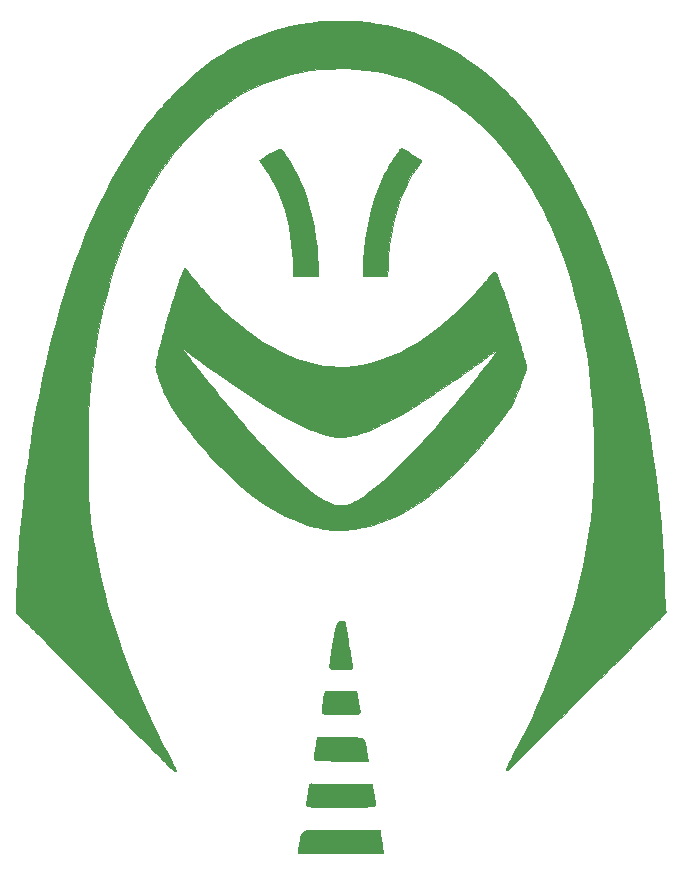
<source format=gbr>
G04 #@! TF.GenerationSoftware,KiCad,Pcbnew,5.1.5-52549c5~86~ubuntu18.04.1*
G04 #@! TF.CreationDate,2020-04-16T18:44:58-06:00*
G04 #@! TF.ProjectId,001,3030312e-6b69-4636-9164-5f7063625858,rev?*
G04 #@! TF.SameCoordinates,Original*
G04 #@! TF.FileFunction,Legend,Top*
G04 #@! TF.FilePolarity,Positive*
%FSLAX46Y46*%
G04 Gerber Fmt 4.6, Leading zero omitted, Abs format (unit mm)*
G04 Created by KiCad (PCBNEW 5.1.5-52549c5~86~ubuntu18.04.1) date 2020-04-16 18:44:58*
%MOMM*%
%LPD*%
G04 APERTURE LIST*
%ADD10C,0.010000*%
G04 APERTURE END LIST*
D10*
G36*
X153943670Y-134001732D02*
G01*
X154330066Y-134002249D01*
X154756035Y-134003051D01*
X154887465Y-134003330D01*
X157723772Y-134009477D01*
X157760516Y-134284644D01*
X157771924Y-134366886D01*
X157788685Y-134483455D01*
X157809691Y-134626994D01*
X157833835Y-134790144D01*
X157860010Y-134965548D01*
X157887109Y-135145850D01*
X157914025Y-135323691D01*
X157939650Y-135491714D01*
X157962878Y-135642563D01*
X157982600Y-135768879D01*
X157997711Y-135863305D01*
X158001799Y-135888019D01*
X158015115Y-135967394D01*
X154392845Y-135967394D01*
X153926450Y-135967355D01*
X153500634Y-135967227D01*
X153113642Y-135966998D01*
X152763722Y-135966651D01*
X152449118Y-135966174D01*
X152168077Y-135965552D01*
X151918844Y-135964771D01*
X151699665Y-135963816D01*
X151508786Y-135962673D01*
X151344453Y-135961328D01*
X151204912Y-135959767D01*
X151088408Y-135957975D01*
X150993188Y-135955939D01*
X150917497Y-135953644D01*
X150859581Y-135951075D01*
X150817687Y-135948218D01*
X150790059Y-135945060D01*
X150774943Y-135941586D01*
X150770576Y-135937974D01*
X150774659Y-135905548D01*
X150785642Y-135842276D01*
X150801623Y-135758721D01*
X150812831Y-135703192D01*
X150842583Y-135551232D01*
X150875607Y-135370150D01*
X150909726Y-135172808D01*
X150942759Y-134972065D01*
X150972529Y-134780781D01*
X150992962Y-134640098D01*
X151009126Y-134536560D01*
X151027088Y-134441587D01*
X151044391Y-134367259D01*
X151055731Y-134331666D01*
X151121953Y-134227043D01*
X151222687Y-134143683D01*
X151354238Y-134084623D01*
X151357870Y-134083490D01*
X151398647Y-134071745D01*
X151442649Y-134061109D01*
X151492015Y-134051534D01*
X151548882Y-134042973D01*
X151615390Y-134035375D01*
X151693675Y-134028693D01*
X151785877Y-134022878D01*
X151894133Y-134017882D01*
X152020581Y-134013655D01*
X152167360Y-134010150D01*
X152336608Y-134007317D01*
X152530462Y-134005109D01*
X152751061Y-134003476D01*
X153000544Y-134002371D01*
X153281047Y-134001744D01*
X153594710Y-134001547D01*
X153943670Y-134001732D01*
G37*
X153943670Y-134001732D02*
X154330066Y-134002249D01*
X154756035Y-134003051D01*
X154887465Y-134003330D01*
X157723772Y-134009477D01*
X157760516Y-134284644D01*
X157771924Y-134366886D01*
X157788685Y-134483455D01*
X157809691Y-134626994D01*
X157833835Y-134790144D01*
X157860010Y-134965548D01*
X157887109Y-135145850D01*
X157914025Y-135323691D01*
X157939650Y-135491714D01*
X157962878Y-135642563D01*
X157982600Y-135768879D01*
X157997711Y-135863305D01*
X158001799Y-135888019D01*
X158015115Y-135967394D01*
X154392845Y-135967394D01*
X153926450Y-135967355D01*
X153500634Y-135967227D01*
X153113642Y-135966998D01*
X152763722Y-135966651D01*
X152449118Y-135966174D01*
X152168077Y-135965552D01*
X151918844Y-135964771D01*
X151699665Y-135963816D01*
X151508786Y-135962673D01*
X151344453Y-135961328D01*
X151204912Y-135959767D01*
X151088408Y-135957975D01*
X150993188Y-135955939D01*
X150917497Y-135953644D01*
X150859581Y-135951075D01*
X150817687Y-135948218D01*
X150790059Y-135945060D01*
X150774943Y-135941586D01*
X150770576Y-135937974D01*
X150774659Y-135905548D01*
X150785642Y-135842276D01*
X150801623Y-135758721D01*
X150812831Y-135703192D01*
X150842583Y-135551232D01*
X150875607Y-135370150D01*
X150909726Y-135172808D01*
X150942759Y-134972065D01*
X150972529Y-134780781D01*
X150992962Y-134640098D01*
X151009126Y-134536560D01*
X151027088Y-134441587D01*
X151044391Y-134367259D01*
X151055731Y-134331666D01*
X151121953Y-134227043D01*
X151222687Y-134143683D01*
X151354238Y-134084623D01*
X151357870Y-134083490D01*
X151398647Y-134071745D01*
X151442649Y-134061109D01*
X151492015Y-134051534D01*
X151548882Y-134042973D01*
X151615390Y-134035375D01*
X151693675Y-134028693D01*
X151785877Y-134022878D01*
X151894133Y-134017882D01*
X152020581Y-134013655D01*
X152167360Y-134010150D01*
X152336608Y-134007317D01*
X152530462Y-134005109D01*
X152751061Y-134003476D01*
X153000544Y-134002371D01*
X153281047Y-134001744D01*
X153594710Y-134001547D01*
X153943670Y-134001732D01*
G36*
X151968953Y-130073053D02*
G01*
X152098914Y-130073835D01*
X152258771Y-130075024D01*
X152445418Y-130076585D01*
X152655747Y-130078483D01*
X152886648Y-130080681D01*
X153135015Y-130083146D01*
X153397740Y-130085842D01*
X153671715Y-130088733D01*
X153953831Y-130091784D01*
X154240982Y-130094961D01*
X154530058Y-130098228D01*
X154817953Y-130101550D01*
X155101558Y-130104891D01*
X155377765Y-130108216D01*
X155643467Y-130111491D01*
X155895556Y-130114680D01*
X156130923Y-130117747D01*
X156346461Y-130120658D01*
X156539062Y-130123378D01*
X156705618Y-130125870D01*
X156843021Y-130128101D01*
X156948164Y-130130034D01*
X157017937Y-130131634D01*
X157049235Y-130132867D01*
X157050676Y-130133105D01*
X157056165Y-130155279D01*
X157067513Y-130213525D01*
X157083748Y-130302138D01*
X157103899Y-130415412D01*
X157126993Y-130547641D01*
X157152058Y-130693118D01*
X157178122Y-130846139D01*
X157204213Y-131000996D01*
X157229360Y-131151985D01*
X157252591Y-131293399D01*
X157272933Y-131419532D01*
X157289414Y-131524678D01*
X157300960Y-131602404D01*
X157315953Y-131711281D01*
X157324651Y-131786300D01*
X157327047Y-131835469D01*
X157323132Y-131866793D01*
X157312898Y-131888280D01*
X157300639Y-131903232D01*
X157260015Y-131936523D01*
X157201436Y-131962745D01*
X157118127Y-131983809D01*
X157003317Y-132001624D01*
X156916581Y-132011539D01*
X156863810Y-132014839D01*
X156772206Y-132018019D01*
X156645267Y-132021065D01*
X156486493Y-132023962D01*
X156299382Y-132026698D01*
X156087433Y-132029258D01*
X155854147Y-132031629D01*
X155603022Y-132033797D01*
X155337557Y-132035748D01*
X155061252Y-132037469D01*
X154777605Y-132038946D01*
X154490116Y-132040165D01*
X154202284Y-132041113D01*
X153917609Y-132041775D01*
X153639589Y-132042138D01*
X153371723Y-132042188D01*
X153117512Y-132041912D01*
X152880453Y-132041296D01*
X152664047Y-132040326D01*
X152471792Y-132038988D01*
X152307187Y-132037268D01*
X152173733Y-132035154D01*
X152074927Y-132032630D01*
X152029993Y-132030712D01*
X151850195Y-132017697D01*
X151709290Y-131999530D01*
X151603937Y-131973983D01*
X151530795Y-131938830D01*
X151486525Y-131891843D01*
X151467788Y-131830794D01*
X151471241Y-131753458D01*
X151489873Y-131670561D01*
X151498672Y-131631027D01*
X151513419Y-131555766D01*
X151533011Y-131450792D01*
X151556348Y-131322119D01*
X151582327Y-131175763D01*
X151609846Y-131017737D01*
X151615888Y-130982644D01*
X151658536Y-130736401D01*
X151694902Y-130530840D01*
X151725205Y-130364813D01*
X151749663Y-130237170D01*
X151768497Y-130146764D01*
X151781925Y-130092446D01*
X151789533Y-130073500D01*
X151811155Y-130072850D01*
X151871998Y-130072713D01*
X151968953Y-130073053D01*
G37*
X151968953Y-130073053D02*
X152098914Y-130073835D01*
X152258771Y-130075024D01*
X152445418Y-130076585D01*
X152655747Y-130078483D01*
X152886648Y-130080681D01*
X153135015Y-130083146D01*
X153397740Y-130085842D01*
X153671715Y-130088733D01*
X153953831Y-130091784D01*
X154240982Y-130094961D01*
X154530058Y-130098228D01*
X154817953Y-130101550D01*
X155101558Y-130104891D01*
X155377765Y-130108216D01*
X155643467Y-130111491D01*
X155895556Y-130114680D01*
X156130923Y-130117747D01*
X156346461Y-130120658D01*
X156539062Y-130123378D01*
X156705618Y-130125870D01*
X156843021Y-130128101D01*
X156948164Y-130130034D01*
X157017937Y-130131634D01*
X157049235Y-130132867D01*
X157050676Y-130133105D01*
X157056165Y-130155279D01*
X157067513Y-130213525D01*
X157083748Y-130302138D01*
X157103899Y-130415412D01*
X157126993Y-130547641D01*
X157152058Y-130693118D01*
X157178122Y-130846139D01*
X157204213Y-131000996D01*
X157229360Y-131151985D01*
X157252591Y-131293399D01*
X157272933Y-131419532D01*
X157289414Y-131524678D01*
X157300960Y-131602404D01*
X157315953Y-131711281D01*
X157324651Y-131786300D01*
X157327047Y-131835469D01*
X157323132Y-131866793D01*
X157312898Y-131888280D01*
X157300639Y-131903232D01*
X157260015Y-131936523D01*
X157201436Y-131962745D01*
X157118127Y-131983809D01*
X157003317Y-132001624D01*
X156916581Y-132011539D01*
X156863810Y-132014839D01*
X156772206Y-132018019D01*
X156645267Y-132021065D01*
X156486493Y-132023962D01*
X156299382Y-132026698D01*
X156087433Y-132029258D01*
X155854147Y-132031629D01*
X155603022Y-132033797D01*
X155337557Y-132035748D01*
X155061252Y-132037469D01*
X154777605Y-132038946D01*
X154490116Y-132040165D01*
X154202284Y-132041113D01*
X153917609Y-132041775D01*
X153639589Y-132042138D01*
X153371723Y-132042188D01*
X153117512Y-132041912D01*
X152880453Y-132041296D01*
X152664047Y-132040326D01*
X152471792Y-132038988D01*
X152307187Y-132037268D01*
X152173733Y-132035154D01*
X152074927Y-132032630D01*
X152029993Y-132030712D01*
X151850195Y-132017697D01*
X151709290Y-131999530D01*
X151603937Y-131973983D01*
X151530795Y-131938830D01*
X151486525Y-131891843D01*
X151467788Y-131830794D01*
X151471241Y-131753458D01*
X151489873Y-131670561D01*
X151498672Y-131631027D01*
X151513419Y-131555766D01*
X151533011Y-131450792D01*
X151556348Y-131322119D01*
X151582327Y-131175763D01*
X151609846Y-131017737D01*
X151615888Y-130982644D01*
X151658536Y-130736401D01*
X151694902Y-130530840D01*
X151725205Y-130364813D01*
X151749663Y-130237170D01*
X151768497Y-130146764D01*
X151781925Y-130092446D01*
X151789533Y-130073500D01*
X151811155Y-130072850D01*
X151871998Y-130072713D01*
X151968953Y-130073053D01*
G36*
X154660651Y-65493683D02*
G01*
X154921003Y-65496646D01*
X155169907Y-65501253D01*
X155400693Y-65507480D01*
X155606696Y-65515302D01*
X155781245Y-65524695D01*
X155871743Y-65531381D01*
X156694594Y-65615636D01*
X157489953Y-65727113D01*
X158263815Y-65867133D01*
X159022172Y-66037018D01*
X159771019Y-66238089D01*
X160516348Y-66471667D01*
X161142243Y-66693272D01*
X161963677Y-67021094D01*
X162765505Y-67385863D01*
X163548506Y-67788024D01*
X164313462Y-68228026D01*
X165061152Y-68706314D01*
X165792356Y-69223335D01*
X166451865Y-69734146D01*
X166572558Y-69831453D01*
X166689405Y-69925310D01*
X166796102Y-70010680D01*
X166886346Y-70082526D01*
X166953833Y-70135812D01*
X166981032Y-70156972D01*
X167088249Y-70243523D01*
X167220344Y-70356878D01*
X167373147Y-70493042D01*
X167542490Y-70648023D01*
X167724203Y-70817827D01*
X167914118Y-70998461D01*
X168108067Y-71185932D01*
X168301880Y-71376245D01*
X168491389Y-71565407D01*
X168672424Y-71749426D01*
X168840818Y-71924307D01*
X168973909Y-72066039D01*
X169663207Y-72839098D01*
X170335375Y-73650720D01*
X170990318Y-74500712D01*
X171627944Y-75388885D01*
X172248160Y-76315046D01*
X172850873Y-77279005D01*
X173435990Y-78280570D01*
X174003417Y-79319550D01*
X174553062Y-80395755D01*
X175084832Y-81508992D01*
X175598633Y-82659071D01*
X176094373Y-83845800D01*
X176571958Y-85068989D01*
X177031295Y-86328445D01*
X177472291Y-87623979D01*
X177894854Y-88955399D01*
X178298889Y-90322513D01*
X178684305Y-91725131D01*
X178845252Y-92342894D01*
X179175791Y-93678956D01*
X179491500Y-95048945D01*
X179791303Y-96446751D01*
X180074125Y-97866266D01*
X180338888Y-99301379D01*
X180584518Y-100745981D01*
X180809938Y-102193962D01*
X181014072Y-103639213D01*
X181195843Y-105075624D01*
X181354177Y-106497085D01*
X181376489Y-106715061D01*
X181442005Y-107381989D01*
X181500515Y-108019792D01*
X181552596Y-108637095D01*
X181598825Y-109242519D01*
X181639778Y-109844690D01*
X181676031Y-110452230D01*
X181708160Y-111073764D01*
X181736742Y-111717914D01*
X181762354Y-112393306D01*
X181769059Y-112588811D01*
X181781720Y-112960175D01*
X181793533Y-113293233D01*
X181804697Y-113592001D01*
X181815408Y-113860492D01*
X181825866Y-114102722D01*
X181836267Y-114322705D01*
X181846808Y-114524456D01*
X181857689Y-114711989D01*
X181869106Y-114889321D01*
X181881257Y-115060464D01*
X181894340Y-115229434D01*
X181906066Y-115371117D01*
X181924850Y-115592257D01*
X181547337Y-115984951D01*
X181500107Y-116033457D01*
X181425024Y-116109723D01*
X181323297Y-116212542D01*
X181196137Y-116340706D01*
X181044751Y-116493006D01*
X180870350Y-116668235D01*
X180674143Y-116865186D01*
X180457340Y-117082650D01*
X180221149Y-117319419D01*
X179966781Y-117574286D01*
X179695444Y-117846044D01*
X179408348Y-118133483D01*
X179106703Y-118435396D01*
X178791718Y-118750576D01*
X178464602Y-119077815D01*
X178126565Y-119415905D01*
X177778816Y-119763637D01*
X177422565Y-120119805D01*
X177059020Y-120483200D01*
X176689392Y-120852615D01*
X176314889Y-121226842D01*
X175936722Y-121604673D01*
X175556099Y-121984899D01*
X175174231Y-122366315D01*
X174792325Y-122747710D01*
X174411593Y-123127879D01*
X174033242Y-123505612D01*
X173658483Y-123879703D01*
X173288526Y-124248943D01*
X172924578Y-124612124D01*
X172567851Y-124968039D01*
X172219552Y-125315480D01*
X171880893Y-125653238D01*
X171553081Y-125980108D01*
X171237327Y-126294879D01*
X170934839Y-126596345D01*
X170646828Y-126883298D01*
X170374503Y-127154530D01*
X170119072Y-127408833D01*
X169881746Y-127644999D01*
X169663734Y-127861821D01*
X169466246Y-128058091D01*
X169290490Y-128232600D01*
X169137676Y-128384142D01*
X169009013Y-128511508D01*
X168905712Y-128613490D01*
X168828981Y-128688881D01*
X168780030Y-128736473D01*
X168761974Y-128753463D01*
X168652386Y-128842261D01*
X168563636Y-128896918D01*
X168496466Y-128917179D01*
X168451619Y-128902789D01*
X168432435Y-128866642D01*
X168429952Y-128839533D01*
X168435160Y-128802997D01*
X168449442Y-128754089D01*
X168474183Y-128689867D01*
X168510767Y-128607389D01*
X168560577Y-128503711D01*
X168624998Y-128375892D01*
X168705415Y-128220988D01*
X168803210Y-128036057D01*
X168919767Y-127818156D01*
X168966078Y-127732022D01*
X169540377Y-126642315D01*
X170082058Y-125567079D01*
X170594598Y-124498665D01*
X171081475Y-123429429D01*
X171546167Y-122351723D01*
X171992152Y-121257900D01*
X172422908Y-120140314D01*
X172440849Y-120092394D01*
X172823336Y-119039764D01*
X173186442Y-117980151D01*
X173529422Y-116916657D01*
X173851530Y-115852386D01*
X174152022Y-114790441D01*
X174430152Y-113733927D01*
X174685174Y-112685947D01*
X174916343Y-111649605D01*
X175122914Y-110628003D01*
X175304142Y-109624247D01*
X175459281Y-108641439D01*
X175587585Y-107682684D01*
X175688310Y-106751084D01*
X175714438Y-106461061D01*
X175740135Y-106153951D01*
X175762816Y-105866466D01*
X175782656Y-105593731D01*
X175799829Y-105330873D01*
X175814510Y-105073020D01*
X175826873Y-104815298D01*
X175837093Y-104552835D01*
X175845344Y-104280759D01*
X175851801Y-103994195D01*
X175856638Y-103688271D01*
X175860029Y-103358114D01*
X175862148Y-102998851D01*
X175863172Y-102605610D01*
X175863328Y-102301811D01*
X175863139Y-101952692D01*
X175862626Y-101641035D01*
X175861666Y-101361969D01*
X175860138Y-101110624D01*
X175857919Y-100882128D01*
X175854887Y-100671612D01*
X175850920Y-100474203D01*
X175845896Y-100285032D01*
X175839693Y-100099228D01*
X175832188Y-99911919D01*
X175823259Y-99718236D01*
X175812784Y-99513306D01*
X175800642Y-99292260D01*
X175786709Y-99050227D01*
X175778130Y-98904561D01*
X175685605Y-97584946D01*
X175565627Y-96284324D01*
X175418476Y-95003949D01*
X175244431Y-93745076D01*
X175043772Y-92508962D01*
X174816778Y-91296862D01*
X174563728Y-90110031D01*
X174284902Y-88949726D01*
X173980579Y-87817201D01*
X173651040Y-86713712D01*
X173296562Y-85640515D01*
X172917426Y-84598865D01*
X172513912Y-83590018D01*
X172216447Y-82902561D01*
X171924764Y-82270833D01*
X171614356Y-81638332D01*
X171287569Y-81008810D01*
X170946745Y-80386018D01*
X170594229Y-79773706D01*
X170232364Y-79175625D01*
X169863496Y-78595528D01*
X169489967Y-78037165D01*
X169114121Y-77504288D01*
X168738303Y-77000647D01*
X168364857Y-76529993D01*
X167996127Y-76096079D01*
X167886772Y-75973624D01*
X167452668Y-75501150D01*
X167034519Y-75062350D01*
X166628324Y-74653562D01*
X166230082Y-74271127D01*
X165835792Y-73911382D01*
X165441454Y-73570668D01*
X165043067Y-73245322D01*
X164636630Y-72931685D01*
X164264746Y-72659327D01*
X163557338Y-72178299D01*
X162836517Y-71737402D01*
X162102213Y-71336614D01*
X161354360Y-70975914D01*
X160592888Y-70655280D01*
X159817730Y-70374690D01*
X159028819Y-70134122D01*
X158226085Y-69933556D01*
X157409460Y-69772969D01*
X156578877Y-69652339D01*
X155734268Y-69571645D01*
X154875565Y-69530866D01*
X154413431Y-69525430D01*
X153546913Y-69544869D01*
X152697715Y-69602643D01*
X151864920Y-69699049D01*
X151047608Y-69834382D01*
X150244860Y-70008939D01*
X149455757Y-70223016D01*
X148679381Y-70476908D01*
X147914812Y-70770913D01*
X147161131Y-71105326D01*
X146417420Y-71480444D01*
X145682759Y-71896562D01*
X144956230Y-72353976D01*
X144357026Y-72766423D01*
X144057783Y-72988738D01*
X143738547Y-73241196D01*
X143403873Y-73519450D01*
X143058316Y-73819154D01*
X142706431Y-74135962D01*
X142352771Y-74465526D01*
X142001893Y-74803499D01*
X141658351Y-75145536D01*
X141326699Y-75487290D01*
X141011492Y-75824414D01*
X140717285Y-76152561D01*
X140448632Y-76467385D01*
X140340891Y-76599082D01*
X139760965Y-77348667D01*
X139200518Y-78134854D01*
X138660379Y-78956243D01*
X138141373Y-79811433D01*
X137644329Y-80699024D01*
X137170074Y-81617615D01*
X136719434Y-82565807D01*
X136429377Y-83221032D01*
X136014922Y-84230131D01*
X135624644Y-85273080D01*
X135258845Y-86348767D01*
X134917831Y-87456082D01*
X134601905Y-88593913D01*
X134311371Y-89761151D01*
X134046533Y-90956683D01*
X133807695Y-92179400D01*
X133595162Y-93428190D01*
X133542031Y-93771644D01*
X133473669Y-94231828D01*
X133411032Y-94673059D01*
X133353895Y-95098877D01*
X133302033Y-95512821D01*
X133255221Y-95918432D01*
X133213234Y-96319250D01*
X133175847Y-96718814D01*
X133142835Y-97120665D01*
X133113972Y-97528342D01*
X133089033Y-97945387D01*
X133067794Y-98375338D01*
X133050029Y-98821736D01*
X133035513Y-99288121D01*
X133024022Y-99778032D01*
X133015330Y-100295011D01*
X133009211Y-100842597D01*
X133005441Y-101424330D01*
X133003795Y-102043749D01*
X133003682Y-102238311D01*
X133004534Y-102841438D01*
X133007334Y-103404561D01*
X133012174Y-103929969D01*
X133019142Y-104419949D01*
X133028330Y-104876791D01*
X133039826Y-105302783D01*
X133053720Y-105700213D01*
X133070103Y-106071369D01*
X133089064Y-106418541D01*
X133110694Y-106744016D01*
X133135082Y-107050083D01*
X133162318Y-107339031D01*
X133192492Y-107613147D01*
X133224870Y-107868644D01*
X133301349Y-108407491D01*
X133388733Y-108975731D01*
X133485170Y-109562393D01*
X133588806Y-110156506D01*
X133697791Y-110747097D01*
X133796674Y-111255311D01*
X133839486Y-111467429D01*
X133884587Y-111686563D01*
X133930950Y-111908051D01*
X133977549Y-112127233D01*
X134023359Y-112339447D01*
X134067354Y-112540032D01*
X134108508Y-112724326D01*
X134145794Y-112887669D01*
X134178187Y-113025398D01*
X134204662Y-113132852D01*
X134224192Y-113205371D01*
X134229916Y-113223811D01*
X134244497Y-113272900D01*
X134266567Y-113354126D01*
X134293758Y-113458456D01*
X134323702Y-113576858D01*
X134343677Y-113657727D01*
X134674949Y-114936203D01*
X135046455Y-116227159D01*
X135458078Y-117530267D01*
X135909702Y-118845201D01*
X136401210Y-120171635D01*
X136932486Y-121509241D01*
X137503414Y-122857693D01*
X138081550Y-124146589D01*
X138260081Y-124530716D01*
X138447221Y-124926962D01*
X138640343Y-125330048D01*
X138836823Y-125734696D01*
X139034036Y-126135627D01*
X139229357Y-126527562D01*
X139420162Y-126905221D01*
X139603825Y-127263326D01*
X139777722Y-127596598D01*
X139939228Y-127899758D01*
X140037856Y-128080961D01*
X140153688Y-128293777D01*
X140248587Y-128473076D01*
X140323731Y-128621439D01*
X140380299Y-128741450D01*
X140419469Y-128835690D01*
X140442419Y-128906742D01*
X140450328Y-128957188D01*
X140448043Y-128979843D01*
X140432808Y-129008663D01*
X140400784Y-129020608D01*
X140342812Y-129017415D01*
X140293076Y-129009197D01*
X140270291Y-128992712D01*
X140218469Y-128946652D01*
X140138237Y-128871641D01*
X140030220Y-128768308D01*
X139895046Y-128637278D01*
X139733339Y-128479179D01*
X139545727Y-128294637D01*
X139332835Y-128084278D01*
X139095290Y-127848730D01*
X138833718Y-127588619D01*
X138548745Y-127304572D01*
X138240997Y-126997215D01*
X137911101Y-126667176D01*
X137559682Y-126315080D01*
X137187368Y-125941555D01*
X136794783Y-125547227D01*
X136382554Y-125132723D01*
X135951308Y-124698670D01*
X135501671Y-124245694D01*
X135034268Y-123774422D01*
X134549727Y-123285480D01*
X134048672Y-122779496D01*
X133531731Y-122257096D01*
X132999529Y-121718907D01*
X132452694Y-121165555D01*
X132197608Y-120907311D01*
X131861497Y-120567014D01*
X131526765Y-120228170D01*
X131195129Y-119892510D01*
X130868303Y-119561769D01*
X130548000Y-119237681D01*
X130235936Y-118921977D01*
X129933824Y-118616392D01*
X129643379Y-118322660D01*
X129366317Y-118042513D01*
X129104350Y-117777684D01*
X128859193Y-117529909D01*
X128632561Y-117300919D01*
X128426168Y-117092448D01*
X128241729Y-116906230D01*
X128080958Y-116743998D01*
X127945570Y-116607485D01*
X127837278Y-116498424D01*
X127790491Y-116451377D01*
X126958076Y-115614943D01*
X126958076Y-114770248D01*
X126961781Y-114293181D01*
X126972717Y-113777672D01*
X126990609Y-113226946D01*
X127015186Y-112644223D01*
X127046176Y-112032727D01*
X127083306Y-111395680D01*
X127126304Y-110736304D01*
X127174897Y-110057823D01*
X127228813Y-109363458D01*
X127287780Y-108656431D01*
X127351526Y-107939966D01*
X127419777Y-107217285D01*
X127492262Y-106491610D01*
X127568709Y-105766164D01*
X127648844Y-105044169D01*
X127732396Y-104328847D01*
X127819092Y-103623422D01*
X127908660Y-102931115D01*
X128000828Y-102255150D01*
X128038052Y-101992224D01*
X128171157Y-101101784D01*
X128319669Y-100180930D01*
X128481996Y-99238020D01*
X128656547Y-98281410D01*
X128841729Y-97319458D01*
X129035949Y-96360519D01*
X129237617Y-95412952D01*
X129445140Y-94485113D01*
X129571891Y-93940977D01*
X129925048Y-92504070D01*
X130296467Y-91101190D01*
X130686016Y-89732632D01*
X131093560Y-88398692D01*
X131518966Y-87099666D01*
X131962100Y-85835850D01*
X132422829Y-84607540D01*
X132901019Y-83415032D01*
X133396536Y-82258622D01*
X133909247Y-81138606D01*
X134439019Y-80055280D01*
X134985717Y-79008940D01*
X135549209Y-77999882D01*
X136129359Y-77028401D01*
X136726036Y-76094794D01*
X137339105Y-75199357D01*
X137968433Y-74342386D01*
X138613886Y-73524176D01*
X138992893Y-73070644D01*
X139169978Y-72864825D01*
X139338245Y-72672915D01*
X139503257Y-72488947D01*
X139670578Y-72306956D01*
X139845772Y-72120975D01*
X140034404Y-71925039D01*
X140242036Y-71713182D01*
X140474233Y-71479438D01*
X140514057Y-71439588D01*
X140978783Y-70982701D01*
X141426432Y-70559263D01*
X141861256Y-70166155D01*
X142287511Y-69800259D01*
X142709448Y-69458458D01*
X143131322Y-69137633D01*
X143557387Y-68834667D01*
X143991895Y-68546441D01*
X144439100Y-68269837D01*
X144903256Y-68001738D01*
X145388616Y-67739025D01*
X145899434Y-67478580D01*
X145955159Y-67451021D01*
X146108982Y-67375764D01*
X146267412Y-67299324D01*
X146421309Y-67226035D01*
X146561531Y-67160232D01*
X146678938Y-67106247D01*
X146738326Y-67079706D01*
X147556784Y-66742990D01*
X148388040Y-66445866D01*
X149232915Y-66188133D01*
X150092233Y-65969588D01*
X150966815Y-65790029D01*
X151857484Y-65649253D01*
X152765061Y-65547060D01*
X153077743Y-65521059D01*
X153231529Y-65511821D01*
X153420543Y-65504399D01*
X153638118Y-65498770D01*
X153877583Y-65494909D01*
X154132273Y-65492790D01*
X154395518Y-65492390D01*
X154660651Y-65493683D01*
G37*
X154660651Y-65493683D02*
X154921003Y-65496646D01*
X155169907Y-65501253D01*
X155400693Y-65507480D01*
X155606696Y-65515302D01*
X155781245Y-65524695D01*
X155871743Y-65531381D01*
X156694594Y-65615636D01*
X157489953Y-65727113D01*
X158263815Y-65867133D01*
X159022172Y-66037018D01*
X159771019Y-66238089D01*
X160516348Y-66471667D01*
X161142243Y-66693272D01*
X161963677Y-67021094D01*
X162765505Y-67385863D01*
X163548506Y-67788024D01*
X164313462Y-68228026D01*
X165061152Y-68706314D01*
X165792356Y-69223335D01*
X166451865Y-69734146D01*
X166572558Y-69831453D01*
X166689405Y-69925310D01*
X166796102Y-70010680D01*
X166886346Y-70082526D01*
X166953833Y-70135812D01*
X166981032Y-70156972D01*
X167088249Y-70243523D01*
X167220344Y-70356878D01*
X167373147Y-70493042D01*
X167542490Y-70648023D01*
X167724203Y-70817827D01*
X167914118Y-70998461D01*
X168108067Y-71185932D01*
X168301880Y-71376245D01*
X168491389Y-71565407D01*
X168672424Y-71749426D01*
X168840818Y-71924307D01*
X168973909Y-72066039D01*
X169663207Y-72839098D01*
X170335375Y-73650720D01*
X170990318Y-74500712D01*
X171627944Y-75388885D01*
X172248160Y-76315046D01*
X172850873Y-77279005D01*
X173435990Y-78280570D01*
X174003417Y-79319550D01*
X174553062Y-80395755D01*
X175084832Y-81508992D01*
X175598633Y-82659071D01*
X176094373Y-83845800D01*
X176571958Y-85068989D01*
X177031295Y-86328445D01*
X177472291Y-87623979D01*
X177894854Y-88955399D01*
X178298889Y-90322513D01*
X178684305Y-91725131D01*
X178845252Y-92342894D01*
X179175791Y-93678956D01*
X179491500Y-95048945D01*
X179791303Y-96446751D01*
X180074125Y-97866266D01*
X180338888Y-99301379D01*
X180584518Y-100745981D01*
X180809938Y-102193962D01*
X181014072Y-103639213D01*
X181195843Y-105075624D01*
X181354177Y-106497085D01*
X181376489Y-106715061D01*
X181442005Y-107381989D01*
X181500515Y-108019792D01*
X181552596Y-108637095D01*
X181598825Y-109242519D01*
X181639778Y-109844690D01*
X181676031Y-110452230D01*
X181708160Y-111073764D01*
X181736742Y-111717914D01*
X181762354Y-112393306D01*
X181769059Y-112588811D01*
X181781720Y-112960175D01*
X181793533Y-113293233D01*
X181804697Y-113592001D01*
X181815408Y-113860492D01*
X181825866Y-114102722D01*
X181836267Y-114322705D01*
X181846808Y-114524456D01*
X181857689Y-114711989D01*
X181869106Y-114889321D01*
X181881257Y-115060464D01*
X181894340Y-115229434D01*
X181906066Y-115371117D01*
X181924850Y-115592257D01*
X181547337Y-115984951D01*
X181500107Y-116033457D01*
X181425024Y-116109723D01*
X181323297Y-116212542D01*
X181196137Y-116340706D01*
X181044751Y-116493006D01*
X180870350Y-116668235D01*
X180674143Y-116865186D01*
X180457340Y-117082650D01*
X180221149Y-117319419D01*
X179966781Y-117574286D01*
X179695444Y-117846044D01*
X179408348Y-118133483D01*
X179106703Y-118435396D01*
X178791718Y-118750576D01*
X178464602Y-119077815D01*
X178126565Y-119415905D01*
X177778816Y-119763637D01*
X177422565Y-120119805D01*
X177059020Y-120483200D01*
X176689392Y-120852615D01*
X176314889Y-121226842D01*
X175936722Y-121604673D01*
X175556099Y-121984899D01*
X175174231Y-122366315D01*
X174792325Y-122747710D01*
X174411593Y-123127879D01*
X174033242Y-123505612D01*
X173658483Y-123879703D01*
X173288526Y-124248943D01*
X172924578Y-124612124D01*
X172567851Y-124968039D01*
X172219552Y-125315480D01*
X171880893Y-125653238D01*
X171553081Y-125980108D01*
X171237327Y-126294879D01*
X170934839Y-126596345D01*
X170646828Y-126883298D01*
X170374503Y-127154530D01*
X170119072Y-127408833D01*
X169881746Y-127644999D01*
X169663734Y-127861821D01*
X169466246Y-128058091D01*
X169290490Y-128232600D01*
X169137676Y-128384142D01*
X169009013Y-128511508D01*
X168905712Y-128613490D01*
X168828981Y-128688881D01*
X168780030Y-128736473D01*
X168761974Y-128753463D01*
X168652386Y-128842261D01*
X168563636Y-128896918D01*
X168496466Y-128917179D01*
X168451619Y-128902789D01*
X168432435Y-128866642D01*
X168429952Y-128839533D01*
X168435160Y-128802997D01*
X168449442Y-128754089D01*
X168474183Y-128689867D01*
X168510767Y-128607389D01*
X168560577Y-128503711D01*
X168624998Y-128375892D01*
X168705415Y-128220988D01*
X168803210Y-128036057D01*
X168919767Y-127818156D01*
X168966078Y-127732022D01*
X169540377Y-126642315D01*
X170082058Y-125567079D01*
X170594598Y-124498665D01*
X171081475Y-123429429D01*
X171546167Y-122351723D01*
X171992152Y-121257900D01*
X172422908Y-120140314D01*
X172440849Y-120092394D01*
X172823336Y-119039764D01*
X173186442Y-117980151D01*
X173529422Y-116916657D01*
X173851530Y-115852386D01*
X174152022Y-114790441D01*
X174430152Y-113733927D01*
X174685174Y-112685947D01*
X174916343Y-111649605D01*
X175122914Y-110628003D01*
X175304142Y-109624247D01*
X175459281Y-108641439D01*
X175587585Y-107682684D01*
X175688310Y-106751084D01*
X175714438Y-106461061D01*
X175740135Y-106153951D01*
X175762816Y-105866466D01*
X175782656Y-105593731D01*
X175799829Y-105330873D01*
X175814510Y-105073020D01*
X175826873Y-104815298D01*
X175837093Y-104552835D01*
X175845344Y-104280759D01*
X175851801Y-103994195D01*
X175856638Y-103688271D01*
X175860029Y-103358114D01*
X175862148Y-102998851D01*
X175863172Y-102605610D01*
X175863328Y-102301811D01*
X175863139Y-101952692D01*
X175862626Y-101641035D01*
X175861666Y-101361969D01*
X175860138Y-101110624D01*
X175857919Y-100882128D01*
X175854887Y-100671612D01*
X175850920Y-100474203D01*
X175845896Y-100285032D01*
X175839693Y-100099228D01*
X175832188Y-99911919D01*
X175823259Y-99718236D01*
X175812784Y-99513306D01*
X175800642Y-99292260D01*
X175786709Y-99050227D01*
X175778130Y-98904561D01*
X175685605Y-97584946D01*
X175565627Y-96284324D01*
X175418476Y-95003949D01*
X175244431Y-93745076D01*
X175043772Y-92508962D01*
X174816778Y-91296862D01*
X174563728Y-90110031D01*
X174284902Y-88949726D01*
X173980579Y-87817201D01*
X173651040Y-86713712D01*
X173296562Y-85640515D01*
X172917426Y-84598865D01*
X172513912Y-83590018D01*
X172216447Y-82902561D01*
X171924764Y-82270833D01*
X171614356Y-81638332D01*
X171287569Y-81008810D01*
X170946745Y-80386018D01*
X170594229Y-79773706D01*
X170232364Y-79175625D01*
X169863496Y-78595528D01*
X169489967Y-78037165D01*
X169114121Y-77504288D01*
X168738303Y-77000647D01*
X168364857Y-76529993D01*
X167996127Y-76096079D01*
X167886772Y-75973624D01*
X167452668Y-75501150D01*
X167034519Y-75062350D01*
X166628324Y-74653562D01*
X166230082Y-74271127D01*
X165835792Y-73911382D01*
X165441454Y-73570668D01*
X165043067Y-73245322D01*
X164636630Y-72931685D01*
X164264746Y-72659327D01*
X163557338Y-72178299D01*
X162836517Y-71737402D01*
X162102213Y-71336614D01*
X161354360Y-70975914D01*
X160592888Y-70655280D01*
X159817730Y-70374690D01*
X159028819Y-70134122D01*
X158226085Y-69933556D01*
X157409460Y-69772969D01*
X156578877Y-69652339D01*
X155734268Y-69571645D01*
X154875565Y-69530866D01*
X154413431Y-69525430D01*
X153546913Y-69544869D01*
X152697715Y-69602643D01*
X151864920Y-69699049D01*
X151047608Y-69834382D01*
X150244860Y-70008939D01*
X149455757Y-70223016D01*
X148679381Y-70476908D01*
X147914812Y-70770913D01*
X147161131Y-71105326D01*
X146417420Y-71480444D01*
X145682759Y-71896562D01*
X144956230Y-72353976D01*
X144357026Y-72766423D01*
X144057783Y-72988738D01*
X143738547Y-73241196D01*
X143403873Y-73519450D01*
X143058316Y-73819154D01*
X142706431Y-74135962D01*
X142352771Y-74465526D01*
X142001893Y-74803499D01*
X141658351Y-75145536D01*
X141326699Y-75487290D01*
X141011492Y-75824414D01*
X140717285Y-76152561D01*
X140448632Y-76467385D01*
X140340891Y-76599082D01*
X139760965Y-77348667D01*
X139200518Y-78134854D01*
X138660379Y-78956243D01*
X138141373Y-79811433D01*
X137644329Y-80699024D01*
X137170074Y-81617615D01*
X136719434Y-82565807D01*
X136429377Y-83221032D01*
X136014922Y-84230131D01*
X135624644Y-85273080D01*
X135258845Y-86348767D01*
X134917831Y-87456082D01*
X134601905Y-88593913D01*
X134311371Y-89761151D01*
X134046533Y-90956683D01*
X133807695Y-92179400D01*
X133595162Y-93428190D01*
X133542031Y-93771644D01*
X133473669Y-94231828D01*
X133411032Y-94673059D01*
X133353895Y-95098877D01*
X133302033Y-95512821D01*
X133255221Y-95918432D01*
X133213234Y-96319250D01*
X133175847Y-96718814D01*
X133142835Y-97120665D01*
X133113972Y-97528342D01*
X133089033Y-97945387D01*
X133067794Y-98375338D01*
X133050029Y-98821736D01*
X133035513Y-99288121D01*
X133024022Y-99778032D01*
X133015330Y-100295011D01*
X133009211Y-100842597D01*
X133005441Y-101424330D01*
X133003795Y-102043749D01*
X133003682Y-102238311D01*
X133004534Y-102841438D01*
X133007334Y-103404561D01*
X133012174Y-103929969D01*
X133019142Y-104419949D01*
X133028330Y-104876791D01*
X133039826Y-105302783D01*
X133053720Y-105700213D01*
X133070103Y-106071369D01*
X133089064Y-106418541D01*
X133110694Y-106744016D01*
X133135082Y-107050083D01*
X133162318Y-107339031D01*
X133192492Y-107613147D01*
X133224870Y-107868644D01*
X133301349Y-108407491D01*
X133388733Y-108975731D01*
X133485170Y-109562393D01*
X133588806Y-110156506D01*
X133697791Y-110747097D01*
X133796674Y-111255311D01*
X133839486Y-111467429D01*
X133884587Y-111686563D01*
X133930950Y-111908051D01*
X133977549Y-112127233D01*
X134023359Y-112339447D01*
X134067354Y-112540032D01*
X134108508Y-112724326D01*
X134145794Y-112887669D01*
X134178187Y-113025398D01*
X134204662Y-113132852D01*
X134224192Y-113205371D01*
X134229916Y-113223811D01*
X134244497Y-113272900D01*
X134266567Y-113354126D01*
X134293758Y-113458456D01*
X134323702Y-113576858D01*
X134343677Y-113657727D01*
X134674949Y-114936203D01*
X135046455Y-116227159D01*
X135458078Y-117530267D01*
X135909702Y-118845201D01*
X136401210Y-120171635D01*
X136932486Y-121509241D01*
X137503414Y-122857693D01*
X138081550Y-124146589D01*
X138260081Y-124530716D01*
X138447221Y-124926962D01*
X138640343Y-125330048D01*
X138836823Y-125734696D01*
X139034036Y-126135627D01*
X139229357Y-126527562D01*
X139420162Y-126905221D01*
X139603825Y-127263326D01*
X139777722Y-127596598D01*
X139939228Y-127899758D01*
X140037856Y-128080961D01*
X140153688Y-128293777D01*
X140248587Y-128473076D01*
X140323731Y-128621439D01*
X140380299Y-128741450D01*
X140419469Y-128835690D01*
X140442419Y-128906742D01*
X140450328Y-128957188D01*
X140448043Y-128979843D01*
X140432808Y-129008663D01*
X140400784Y-129020608D01*
X140342812Y-129017415D01*
X140293076Y-129009197D01*
X140270291Y-128992712D01*
X140218469Y-128946652D01*
X140138237Y-128871641D01*
X140030220Y-128768308D01*
X139895046Y-128637278D01*
X139733339Y-128479179D01*
X139545727Y-128294637D01*
X139332835Y-128084278D01*
X139095290Y-127848730D01*
X138833718Y-127588619D01*
X138548745Y-127304572D01*
X138240997Y-126997215D01*
X137911101Y-126667176D01*
X137559682Y-126315080D01*
X137187368Y-125941555D01*
X136794783Y-125547227D01*
X136382554Y-125132723D01*
X135951308Y-124698670D01*
X135501671Y-124245694D01*
X135034268Y-123774422D01*
X134549727Y-123285480D01*
X134048672Y-122779496D01*
X133531731Y-122257096D01*
X132999529Y-121718907D01*
X132452694Y-121165555D01*
X132197608Y-120907311D01*
X131861497Y-120567014D01*
X131526765Y-120228170D01*
X131195129Y-119892510D01*
X130868303Y-119561769D01*
X130548000Y-119237681D01*
X130235936Y-118921977D01*
X129933824Y-118616392D01*
X129643379Y-118322660D01*
X129366317Y-118042513D01*
X129104350Y-117777684D01*
X128859193Y-117529909D01*
X128632561Y-117300919D01*
X128426168Y-117092448D01*
X128241729Y-116906230D01*
X128080958Y-116743998D01*
X127945570Y-116607485D01*
X127837278Y-116498424D01*
X127790491Y-116451377D01*
X126958076Y-115614943D01*
X126958076Y-114770248D01*
X126961781Y-114293181D01*
X126972717Y-113777672D01*
X126990609Y-113226946D01*
X127015186Y-112644223D01*
X127046176Y-112032727D01*
X127083306Y-111395680D01*
X127126304Y-110736304D01*
X127174897Y-110057823D01*
X127228813Y-109363458D01*
X127287780Y-108656431D01*
X127351526Y-107939966D01*
X127419777Y-107217285D01*
X127492262Y-106491610D01*
X127568709Y-105766164D01*
X127648844Y-105044169D01*
X127732396Y-104328847D01*
X127819092Y-103623422D01*
X127908660Y-102931115D01*
X128000828Y-102255150D01*
X128038052Y-101992224D01*
X128171157Y-101101784D01*
X128319669Y-100180930D01*
X128481996Y-99238020D01*
X128656547Y-98281410D01*
X128841729Y-97319458D01*
X129035949Y-96360519D01*
X129237617Y-95412952D01*
X129445140Y-94485113D01*
X129571891Y-93940977D01*
X129925048Y-92504070D01*
X130296467Y-91101190D01*
X130686016Y-89732632D01*
X131093560Y-88398692D01*
X131518966Y-87099666D01*
X131962100Y-85835850D01*
X132422829Y-84607540D01*
X132901019Y-83415032D01*
X133396536Y-82258622D01*
X133909247Y-81138606D01*
X134439019Y-80055280D01*
X134985717Y-79008940D01*
X135549209Y-77999882D01*
X136129359Y-77028401D01*
X136726036Y-76094794D01*
X137339105Y-75199357D01*
X137968433Y-74342386D01*
X138613886Y-73524176D01*
X138992893Y-73070644D01*
X139169978Y-72864825D01*
X139338245Y-72672915D01*
X139503257Y-72488947D01*
X139670578Y-72306956D01*
X139845772Y-72120975D01*
X140034404Y-71925039D01*
X140242036Y-71713182D01*
X140474233Y-71479438D01*
X140514057Y-71439588D01*
X140978783Y-70982701D01*
X141426432Y-70559263D01*
X141861256Y-70166155D01*
X142287511Y-69800259D01*
X142709448Y-69458458D01*
X143131322Y-69137633D01*
X143557387Y-68834667D01*
X143991895Y-68546441D01*
X144439100Y-68269837D01*
X144903256Y-68001738D01*
X145388616Y-67739025D01*
X145899434Y-67478580D01*
X145955159Y-67451021D01*
X146108982Y-67375764D01*
X146267412Y-67299324D01*
X146421309Y-67226035D01*
X146561531Y-67160232D01*
X146678938Y-67106247D01*
X146738326Y-67079706D01*
X147556784Y-66742990D01*
X148388040Y-66445866D01*
X149232915Y-66188133D01*
X150092233Y-65969588D01*
X150966815Y-65790029D01*
X151857484Y-65649253D01*
X152765061Y-65547060D01*
X153077743Y-65521059D01*
X153231529Y-65511821D01*
X153420543Y-65504399D01*
X153638118Y-65498770D01*
X153877583Y-65494909D01*
X154132273Y-65492790D01*
X154395518Y-65492390D01*
X154660651Y-65493683D01*
G36*
X154173899Y-126152350D02*
G01*
X154499879Y-126154144D01*
X154786366Y-126155930D01*
X155036199Y-126157846D01*
X155252220Y-126160028D01*
X155437267Y-126162614D01*
X155594182Y-126165741D01*
X155725803Y-126169545D01*
X155834971Y-126174164D01*
X155924527Y-126179734D01*
X155997309Y-126186393D01*
X156056158Y-126194278D01*
X156103915Y-126203525D01*
X156143418Y-126214272D01*
X156177509Y-126226655D01*
X156209026Y-126240813D01*
X156230513Y-126251561D01*
X156291440Y-126286577D01*
X156341129Y-126326146D01*
X156381812Y-126375601D01*
X156415723Y-126440275D01*
X156445094Y-126525502D01*
X156472158Y-126636614D01*
X156499148Y-126778945D01*
X156528296Y-126957827D01*
X156529526Y-126965735D01*
X156552306Y-127108613D01*
X156578428Y-127266129D01*
X156606492Y-127430415D01*
X156635099Y-127593605D01*
X156662849Y-127747832D01*
X156688341Y-127885229D01*
X156710176Y-127997929D01*
X156726953Y-128078065D01*
X156729253Y-128088102D01*
X156740382Y-128135727D01*
X154988437Y-128132224D01*
X154709227Y-128131493D01*
X154434552Y-128130447D01*
X154168468Y-128129118D01*
X153915030Y-128127543D01*
X153678296Y-128125754D01*
X153462321Y-128123788D01*
X153271160Y-128121679D01*
X153108869Y-128119460D01*
X152979506Y-128117168D01*
X152887124Y-128114837D01*
X152866076Y-128114090D01*
X152683724Y-128106042D01*
X152538421Y-128097459D01*
X152424883Y-128087665D01*
X152337825Y-128075988D01*
X152271964Y-128061754D01*
X152222015Y-128044289D01*
X152190743Y-128028016D01*
X152157181Y-128003574D01*
X152136156Y-127974038D01*
X152127163Y-127932121D01*
X152129696Y-127870535D01*
X152143249Y-127781990D01*
X152165701Y-127667099D01*
X152179753Y-127593557D01*
X152199025Y-127485832D01*
X152222217Y-127351566D01*
X152248025Y-127198404D01*
X152275148Y-127033990D01*
X152302284Y-126865967D01*
X152304010Y-126855144D01*
X152329345Y-126696804D01*
X152352971Y-126550247D01*
X152373951Y-126421205D01*
X152391348Y-126315409D01*
X152404223Y-126238589D01*
X152411638Y-126196477D01*
X152412500Y-126192177D01*
X152423140Y-126143043D01*
X154173899Y-126152350D01*
G37*
X154173899Y-126152350D02*
X154499879Y-126154144D01*
X154786366Y-126155930D01*
X155036199Y-126157846D01*
X155252220Y-126160028D01*
X155437267Y-126162614D01*
X155594182Y-126165741D01*
X155725803Y-126169545D01*
X155834971Y-126174164D01*
X155924527Y-126179734D01*
X155997309Y-126186393D01*
X156056158Y-126194278D01*
X156103915Y-126203525D01*
X156143418Y-126214272D01*
X156177509Y-126226655D01*
X156209026Y-126240813D01*
X156230513Y-126251561D01*
X156291440Y-126286577D01*
X156341129Y-126326146D01*
X156381812Y-126375601D01*
X156415723Y-126440275D01*
X156445094Y-126525502D01*
X156472158Y-126636614D01*
X156499148Y-126778945D01*
X156528296Y-126957827D01*
X156529526Y-126965735D01*
X156552306Y-127108613D01*
X156578428Y-127266129D01*
X156606492Y-127430415D01*
X156635099Y-127593605D01*
X156662849Y-127747832D01*
X156688341Y-127885229D01*
X156710176Y-127997929D01*
X156726953Y-128078065D01*
X156729253Y-128088102D01*
X156740382Y-128135727D01*
X154988437Y-128132224D01*
X154709227Y-128131493D01*
X154434552Y-128130447D01*
X154168468Y-128129118D01*
X153915030Y-128127543D01*
X153678296Y-128125754D01*
X153462321Y-128123788D01*
X153271160Y-128121679D01*
X153108869Y-128119460D01*
X152979506Y-128117168D01*
X152887124Y-128114837D01*
X152866076Y-128114090D01*
X152683724Y-128106042D01*
X152538421Y-128097459D01*
X152424883Y-128087665D01*
X152337825Y-128075988D01*
X152271964Y-128061754D01*
X152222015Y-128044289D01*
X152190743Y-128028016D01*
X152157181Y-128003574D01*
X152136156Y-127974038D01*
X152127163Y-127932121D01*
X152129696Y-127870535D01*
X152143249Y-127781990D01*
X152165701Y-127667099D01*
X152179753Y-127593557D01*
X152199025Y-127485832D01*
X152222217Y-127351566D01*
X152248025Y-127198404D01*
X152275148Y-127033990D01*
X152302284Y-126865967D01*
X152304010Y-126855144D01*
X152329345Y-126696804D01*
X152352971Y-126550247D01*
X152373951Y-126421205D01*
X152391348Y-126315409D01*
X152404223Y-126238589D01*
X152411638Y-126196477D01*
X152412500Y-126192177D01*
X152423140Y-126143043D01*
X154173899Y-126152350D01*
G36*
X155772924Y-122521269D02*
G01*
X155795539Y-122644177D01*
X155822377Y-122794103D01*
X155850837Y-122956282D01*
X155878319Y-123115953D01*
X155893170Y-123203894D01*
X155917334Y-123344980D01*
X155942758Y-123487777D01*
X155967302Y-123620650D01*
X155988827Y-123731962D01*
X156001533Y-123793512D01*
X156021540Y-123896964D01*
X156029589Y-123980008D01*
X156021985Y-124045120D01*
X155995035Y-124094779D01*
X155945045Y-124131461D01*
X155868318Y-124157644D01*
X155761163Y-124175806D01*
X155619883Y-124188423D01*
X155440785Y-124197975D01*
X155395493Y-124199929D01*
X155178148Y-124207083D01*
X154928928Y-124211894D01*
X154658223Y-124214371D01*
X154376427Y-124214523D01*
X154093931Y-124212358D01*
X153821127Y-124207885D01*
X153568408Y-124201113D01*
X153490493Y-124198348D01*
X153305813Y-124189417D01*
X153158801Y-124177364D01*
X153044832Y-124160930D01*
X152959283Y-124138854D01*
X152897527Y-124109875D01*
X152854942Y-124072733D01*
X152826902Y-124026167D01*
X152822925Y-124016380D01*
X152817250Y-123975210D01*
X152819049Y-123899892D01*
X152828459Y-123789281D01*
X152845622Y-123642231D01*
X152870674Y-123457597D01*
X152903756Y-123234233D01*
X152945007Y-122970993D01*
X152964626Y-122849352D01*
X153065198Y-122230227D01*
X155718221Y-122230227D01*
X155772924Y-122521269D01*
G37*
X155772924Y-122521269D02*
X155795539Y-122644177D01*
X155822377Y-122794103D01*
X155850837Y-122956282D01*
X155878319Y-123115953D01*
X155893170Y-123203894D01*
X155917334Y-123344980D01*
X155942758Y-123487777D01*
X155967302Y-123620650D01*
X155988827Y-123731962D01*
X156001533Y-123793512D01*
X156021540Y-123896964D01*
X156029589Y-123980008D01*
X156021985Y-124045120D01*
X155995035Y-124094779D01*
X155945045Y-124131461D01*
X155868318Y-124157644D01*
X155761163Y-124175806D01*
X155619883Y-124188423D01*
X155440785Y-124197975D01*
X155395493Y-124199929D01*
X155178148Y-124207083D01*
X154928928Y-124211894D01*
X154658223Y-124214371D01*
X154376427Y-124214523D01*
X154093931Y-124212358D01*
X153821127Y-124207885D01*
X153568408Y-124201113D01*
X153490493Y-124198348D01*
X153305813Y-124189417D01*
X153158801Y-124177364D01*
X153044832Y-124160930D01*
X152959283Y-124138854D01*
X152897527Y-124109875D01*
X152854942Y-124072733D01*
X152826902Y-124026167D01*
X152822925Y-124016380D01*
X152817250Y-123975210D01*
X152819049Y-123899892D01*
X152828459Y-123789281D01*
X152845622Y-123642231D01*
X152870674Y-123457597D01*
X152903756Y-123234233D01*
X152945007Y-122970993D01*
X152964626Y-122849352D01*
X153065198Y-122230227D01*
X155718221Y-122230227D01*
X155772924Y-122521269D01*
G36*
X154739084Y-116285680D02*
G01*
X154743843Y-116307441D01*
X154754757Y-116367341D01*
X154771212Y-116461728D01*
X154792592Y-116586955D01*
X154818282Y-116739370D01*
X154847667Y-116915324D01*
X154880132Y-117111167D01*
X154915060Y-117323250D01*
X154950900Y-117542174D01*
X155017172Y-117947222D01*
X155077223Y-118312208D01*
X155131352Y-118638901D01*
X155179861Y-118929068D01*
X155223050Y-119184475D01*
X155261220Y-119406890D01*
X155294670Y-119598080D01*
X155323702Y-119759811D01*
X155348616Y-119893852D01*
X155366198Y-119984415D01*
X155387297Y-120101666D01*
X155395294Y-120186168D01*
X155388608Y-120245905D01*
X155365661Y-120288862D01*
X155324875Y-120323023D01*
X155295869Y-120340084D01*
X155273896Y-120350309D01*
X155246270Y-120358594D01*
X155208485Y-120365171D01*
X155156036Y-120370275D01*
X155084419Y-120374137D01*
X154989129Y-120376990D01*
X154865661Y-120379069D01*
X154709512Y-120380604D01*
X154516177Y-120381830D01*
X154485326Y-120381993D01*
X154309185Y-120382403D01*
X154143907Y-120381827D01*
X153994917Y-120380357D01*
X153867641Y-120378084D01*
X153767504Y-120375100D01*
X153699932Y-120371498D01*
X153672969Y-120368233D01*
X153604818Y-120348546D01*
X153550809Y-120323814D01*
X153510186Y-120289781D01*
X153482193Y-120242191D01*
X153466073Y-120176789D01*
X153461071Y-120089318D01*
X153466430Y-119975522D01*
X153481395Y-119831147D01*
X153505209Y-119651936D01*
X153523379Y-119526270D01*
X153545157Y-119381769D01*
X153572311Y-119207220D01*
X153603792Y-119008940D01*
X153638550Y-118793248D01*
X153675538Y-118566461D01*
X153713707Y-118334895D01*
X153752008Y-118104869D01*
X153789393Y-117882701D01*
X153824813Y-117674707D01*
X153857220Y-117487206D01*
X153885564Y-117326514D01*
X153908798Y-117198950D01*
X153916005Y-117160811D01*
X153958382Y-116951432D01*
X153998423Y-116780381D01*
X154037610Y-116643823D01*
X154077424Y-116537927D01*
X154119350Y-116458857D01*
X154164867Y-116402781D01*
X154215460Y-116365865D01*
X154225312Y-116360916D01*
X154266995Y-116347747D01*
X154335439Y-116332760D01*
X154420491Y-116317443D01*
X154511994Y-116303281D01*
X154599794Y-116291763D01*
X154673737Y-116284374D01*
X154723666Y-116282604D01*
X154739084Y-116285680D01*
G37*
X154739084Y-116285680D02*
X154743843Y-116307441D01*
X154754757Y-116367341D01*
X154771212Y-116461728D01*
X154792592Y-116586955D01*
X154818282Y-116739370D01*
X154847667Y-116915324D01*
X154880132Y-117111167D01*
X154915060Y-117323250D01*
X154950900Y-117542174D01*
X155017172Y-117947222D01*
X155077223Y-118312208D01*
X155131352Y-118638901D01*
X155179861Y-118929068D01*
X155223050Y-119184475D01*
X155261220Y-119406890D01*
X155294670Y-119598080D01*
X155323702Y-119759811D01*
X155348616Y-119893852D01*
X155366198Y-119984415D01*
X155387297Y-120101666D01*
X155395294Y-120186168D01*
X155388608Y-120245905D01*
X155365661Y-120288862D01*
X155324875Y-120323023D01*
X155295869Y-120340084D01*
X155273896Y-120350309D01*
X155246270Y-120358594D01*
X155208485Y-120365171D01*
X155156036Y-120370275D01*
X155084419Y-120374137D01*
X154989129Y-120376990D01*
X154865661Y-120379069D01*
X154709512Y-120380604D01*
X154516177Y-120381830D01*
X154485326Y-120381993D01*
X154309185Y-120382403D01*
X154143907Y-120381827D01*
X153994917Y-120380357D01*
X153867641Y-120378084D01*
X153767504Y-120375100D01*
X153699932Y-120371498D01*
X153672969Y-120368233D01*
X153604818Y-120348546D01*
X153550809Y-120323814D01*
X153510186Y-120289781D01*
X153482193Y-120242191D01*
X153466073Y-120176789D01*
X153461071Y-120089318D01*
X153466430Y-119975522D01*
X153481395Y-119831147D01*
X153505209Y-119651936D01*
X153523379Y-119526270D01*
X153545157Y-119381769D01*
X153572311Y-119207220D01*
X153603792Y-119008940D01*
X153638550Y-118793248D01*
X153675538Y-118566461D01*
X153713707Y-118334895D01*
X153752008Y-118104869D01*
X153789393Y-117882701D01*
X153824813Y-117674707D01*
X153857220Y-117487206D01*
X153885564Y-117326514D01*
X153908798Y-117198950D01*
X153916005Y-117160811D01*
X153958382Y-116951432D01*
X153998423Y-116780381D01*
X154037610Y-116643823D01*
X154077424Y-116537927D01*
X154119350Y-116458857D01*
X154164867Y-116402781D01*
X154215460Y-116365865D01*
X154225312Y-116360916D01*
X154266995Y-116347747D01*
X154335439Y-116332760D01*
X154420491Y-116317443D01*
X154511994Y-116303281D01*
X154599794Y-116291763D01*
X154673737Y-116284374D01*
X154723666Y-116282604D01*
X154739084Y-116285680D01*
G36*
X141223760Y-86470194D02*
G01*
X141253681Y-86487917D01*
X141291478Y-86519716D01*
X141339769Y-86568375D01*
X141401170Y-86636674D01*
X141478297Y-86727395D01*
X141573768Y-86843321D01*
X141690200Y-86987233D01*
X141820963Y-87150348D01*
X142070216Y-87459736D01*
X142301009Y-87740891D01*
X142519082Y-88000315D01*
X142730172Y-88244511D01*
X142940016Y-88479983D01*
X143154355Y-88713232D01*
X143378924Y-88950762D01*
X143619463Y-89199076D01*
X143711085Y-89292374D01*
X144008321Y-89591161D01*
X144284774Y-89862742D01*
X144546375Y-90112753D01*
X144799055Y-90346826D01*
X145048744Y-90570596D01*
X145150826Y-90659973D01*
X145776377Y-91186417D01*
X146404686Y-91680237D01*
X147034135Y-92140442D01*
X147663103Y-92566041D01*
X148289971Y-92956043D01*
X148913119Y-93309459D01*
X149530929Y-93625297D01*
X150141780Y-93902567D01*
X150744052Y-94140278D01*
X150971659Y-94220483D01*
X151615260Y-94417850D01*
X152262624Y-94573120D01*
X152913367Y-94686328D01*
X153567106Y-94757506D01*
X154223456Y-94786688D01*
X154882032Y-94773907D01*
X155542451Y-94719196D01*
X156204329Y-94622589D01*
X156867280Y-94484119D01*
X157530922Y-94303820D01*
X158194870Y-94081724D01*
X158858739Y-93817865D01*
X159522145Y-93512277D01*
X159604652Y-93471330D01*
X160234892Y-93137950D01*
X160860997Y-92770218D01*
X161483956Y-92367329D01*
X162104761Y-91928479D01*
X162724400Y-91452860D01*
X163343864Y-90939670D01*
X163964142Y-90388101D01*
X164586225Y-89797350D01*
X165211103Y-89166611D01*
X165839765Y-88495079D01*
X166158004Y-88141311D01*
X166260102Y-88025264D01*
X166367645Y-87901116D01*
X166477121Y-87773105D01*
X166585019Y-87645472D01*
X166687827Y-87522455D01*
X166782034Y-87408294D01*
X166864128Y-87307229D01*
X166930599Y-87223499D01*
X166977935Y-87161344D01*
X167002623Y-87125004D01*
X167005409Y-87118183D01*
X167019231Y-87096459D01*
X167056859Y-87051086D01*
X167112534Y-86988713D01*
X167180034Y-86916480D01*
X167270584Y-86825322D01*
X167340672Y-86765822D01*
X167395766Y-86736175D01*
X167441336Y-86734577D01*
X167482849Y-86759223D01*
X167522178Y-86803550D01*
X167565372Y-86872512D01*
X167619613Y-86979765D01*
X167684091Y-87122964D01*
X167757995Y-87299761D01*
X167840515Y-87507811D01*
X167930838Y-87744766D01*
X168028155Y-88008281D01*
X168131654Y-88296009D01*
X168240525Y-88605602D01*
X168353956Y-88934715D01*
X168471138Y-89281001D01*
X168591258Y-89642114D01*
X168713506Y-90015706D01*
X168837072Y-90399432D01*
X168961144Y-90790945D01*
X169084911Y-91187898D01*
X169207563Y-91587945D01*
X169328288Y-91988739D01*
X169414427Y-92279394D01*
X169468401Y-92463646D01*
X169526293Y-92662746D01*
X169587008Y-92872816D01*
X169649453Y-93089981D01*
X169712532Y-93310364D01*
X169775151Y-93530088D01*
X169836217Y-93745278D01*
X169894634Y-93952055D01*
X169949308Y-94146544D01*
X169999146Y-94324869D01*
X170043052Y-94483152D01*
X170079932Y-94617518D01*
X170108693Y-94724089D01*
X170128239Y-94798989D01*
X170137476Y-94838342D01*
X170138076Y-94842803D01*
X170131000Y-94869046D01*
X170110820Y-94930533D01*
X170079108Y-95022800D01*
X170037437Y-95141382D01*
X169987378Y-95281815D01*
X169930505Y-95439635D01*
X169868388Y-95610377D01*
X169851543Y-95656418D01*
X169716396Y-96022815D01*
X169592611Y-96352454D01*
X169478542Y-96648863D01*
X169372545Y-96915570D01*
X169272975Y-97156102D01*
X169178188Y-97373987D01*
X169086537Y-97572754D01*
X168996379Y-97755929D01*
X168906068Y-97927041D01*
X168813959Y-98089617D01*
X168718409Y-98247186D01*
X168617770Y-98403275D01*
X168510400Y-98561411D01*
X168470282Y-98618811D01*
X168358800Y-98775843D01*
X168236769Y-98945241D01*
X168107049Y-99123225D01*
X167972502Y-99306015D01*
X167835988Y-99489829D01*
X167700369Y-99670888D01*
X167568504Y-99845411D01*
X167443256Y-100009618D01*
X167327484Y-100159728D01*
X167224050Y-100291961D01*
X167135815Y-100402537D01*
X167065639Y-100487674D01*
X167016383Y-100543594D01*
X167004619Y-100555561D01*
X166971186Y-100591345D01*
X166918007Y-100652377D01*
X166851755Y-100730830D01*
X166779109Y-100818876D01*
X166760859Y-100841311D01*
X166311290Y-101382124D01*
X165839512Y-101924022D01*
X165350289Y-102462208D01*
X164848385Y-102991886D01*
X164338563Y-103508260D01*
X163825587Y-104006533D01*
X163314219Y-104481908D01*
X162809224Y-104929591D01*
X162315364Y-105344785D01*
X162177041Y-105456719D01*
X161533973Y-105949746D01*
X160886671Y-106400758D01*
X160234830Y-106809891D01*
X159578146Y-107177280D01*
X158916317Y-107503061D01*
X158249039Y-107787370D01*
X157576008Y-108030341D01*
X156896920Y-108232111D01*
X156211473Y-108392815D01*
X155519363Y-108512589D01*
X155257909Y-108546995D01*
X155137202Y-108558471D01*
X154983121Y-108568426D01*
X154804009Y-108576720D01*
X154608205Y-108583212D01*
X154404051Y-108587763D01*
X154199887Y-108590230D01*
X154004055Y-108590475D01*
X153824895Y-108588355D01*
X153670748Y-108583731D01*
X153549955Y-108576462D01*
X153543409Y-108575891D01*
X153353401Y-108554820D01*
X153134028Y-108523637D01*
X152896491Y-108484320D01*
X152651995Y-108438852D01*
X152411742Y-108389213D01*
X152186935Y-108337385D01*
X152167576Y-108332614D01*
X151573589Y-108166429D01*
X150970970Y-107960730D01*
X150362141Y-107716866D01*
X149749525Y-107436186D01*
X149135546Y-107120040D01*
X148522626Y-106769777D01*
X147913188Y-106386748D01*
X147309655Y-105972301D01*
X146714450Y-105527786D01*
X146129997Y-105054552D01*
X145849326Y-104813514D01*
X145393733Y-104403293D01*
X144924931Y-103959471D01*
X144447267Y-103486968D01*
X143965089Y-102990704D01*
X143482744Y-102475600D01*
X143004580Y-101946575D01*
X142534946Y-101408550D01*
X142078187Y-100866444D01*
X141638653Y-100325178D01*
X141220691Y-99789672D01*
X140828648Y-99264846D01*
X140466872Y-98755619D01*
X140365975Y-98608227D01*
X140143584Y-98266494D01*
X139943465Y-97928217D01*
X139760018Y-97582688D01*
X139587643Y-97219195D01*
X139420739Y-96827029D01*
X139375481Y-96713811D01*
X139298557Y-96515215D01*
X139220195Y-96306021D01*
X139142116Y-96091357D01*
X139066039Y-95876355D01*
X138993686Y-95666142D01*
X138926776Y-95465851D01*
X138867029Y-95280610D01*
X138816167Y-95115548D01*
X138775909Y-94975797D01*
X138747975Y-94866486D01*
X138736076Y-94807109D01*
X138735133Y-94740738D01*
X138746805Y-94634334D01*
X138771012Y-94488248D01*
X138807669Y-94302831D01*
X138856696Y-94078435D01*
X138918008Y-93815410D01*
X138991525Y-93514108D01*
X139066374Y-93217614D01*
X140990867Y-93217614D01*
X140999980Y-93239503D01*
X141027398Y-93282152D01*
X141074597Y-93348211D01*
X141143050Y-93440332D01*
X141234231Y-93561164D01*
X141337634Y-93697561D01*
X141542679Y-93965782D01*
X141772462Y-94262497D01*
X142024085Y-94584132D01*
X142294647Y-94927114D01*
X142581250Y-95287869D01*
X142880994Y-95662824D01*
X143190979Y-96048407D01*
X143508306Y-96441044D01*
X143830076Y-96837161D01*
X144153389Y-97233186D01*
X144475346Y-97625546D01*
X144793047Y-98010667D01*
X145103593Y-98384977D01*
X145404085Y-98744901D01*
X145691622Y-99086868D01*
X145963305Y-99407303D01*
X146112433Y-99581832D01*
X146310458Y-99811775D01*
X146501402Y-100031100D01*
X146688220Y-100242942D01*
X146873865Y-100450436D01*
X147061292Y-100656718D01*
X147253455Y-100864924D01*
X147453307Y-101078188D01*
X147663803Y-101299645D01*
X147887896Y-101532432D01*
X148128541Y-101779684D01*
X148388692Y-102044536D01*
X148671302Y-102330122D01*
X148979326Y-102639580D01*
X149224021Y-102884450D01*
X149508006Y-103167832D01*
X149764995Y-103423281D01*
X149997553Y-103653166D01*
X150208246Y-103859854D01*
X150399639Y-104045716D01*
X150574298Y-104213119D01*
X150734789Y-104364432D01*
X150883677Y-104502024D01*
X151023527Y-104628264D01*
X151156905Y-104745520D01*
X151286378Y-104856161D01*
X151414509Y-104962556D01*
X151543866Y-105067073D01*
X151677013Y-105172081D01*
X151816516Y-105279950D01*
X151828909Y-105289449D01*
X152183625Y-105552673D01*
X152516519Y-105781864D01*
X152829540Y-105978020D01*
X153124637Y-106142137D01*
X153403757Y-106275213D01*
X153668850Y-106378244D01*
X153921863Y-106452228D01*
X154164746Y-106498162D01*
X154199576Y-106502593D01*
X154315811Y-106514998D01*
X154409624Y-106520367D01*
X154498859Y-106518644D01*
X154601360Y-106509772D01*
X154675826Y-106501096D01*
X154900330Y-106462337D01*
X155128619Y-106399759D01*
X155364767Y-106311570D01*
X155612851Y-106195976D01*
X155876946Y-106051186D01*
X156161127Y-105875408D01*
X156285686Y-105793097D01*
X156595819Y-105576894D01*
X156917721Y-105337013D01*
X157252897Y-105072132D01*
X157602853Y-104780934D01*
X157969093Y-104462097D01*
X158353124Y-104114304D01*
X158756450Y-103736234D01*
X159180576Y-103326568D01*
X159627009Y-102883987D01*
X159777236Y-102732758D01*
X160301685Y-102196124D01*
X160829752Y-101642036D01*
X161363592Y-101068071D01*
X161905361Y-100471803D01*
X162457213Y-99850808D01*
X163021303Y-99202661D01*
X163599785Y-98524936D01*
X164194815Y-97815211D01*
X164806432Y-97073644D01*
X164929330Y-96922878D01*
X165064918Y-96755450D01*
X165210796Y-96574399D01*
X165364563Y-96382765D01*
X165523819Y-96183587D01*
X165686163Y-95979905D01*
X165849195Y-95774759D01*
X166010514Y-95571188D01*
X166167719Y-95372232D01*
X166318411Y-95180931D01*
X166460187Y-95000323D01*
X166590649Y-94833449D01*
X166707396Y-94683348D01*
X166808026Y-94553060D01*
X166890140Y-94445624D01*
X166951336Y-94364080D01*
X166989215Y-94311467D01*
X166996291Y-94300811D01*
X167024425Y-94259989D01*
X167072098Y-94194442D01*
X167132884Y-94112876D01*
X167200355Y-94024001D01*
X167207211Y-94015061D01*
X167284981Y-93913683D01*
X167377900Y-93792444D01*
X167475417Y-93665120D01*
X167566977Y-93545485D01*
X167585445Y-93521341D01*
X167793064Y-93249872D01*
X167410937Y-93531924D01*
X167005993Y-93828740D01*
X166583998Y-94134113D01*
X166147862Y-94446093D01*
X165700493Y-94762728D01*
X165244798Y-95082068D01*
X164783686Y-95402161D01*
X164320065Y-95721057D01*
X163856843Y-96036805D01*
X163396930Y-96347453D01*
X162943232Y-96651052D01*
X162498658Y-96945649D01*
X162066116Y-97229294D01*
X161648515Y-97500037D01*
X161248763Y-97755925D01*
X160869767Y-97995008D01*
X160514437Y-98215336D01*
X160185681Y-98414957D01*
X159886406Y-98591920D01*
X159755826Y-98667243D01*
X159241609Y-98957228D01*
X158758199Y-99221587D01*
X158303428Y-99461245D01*
X157875129Y-99677124D01*
X157471134Y-99870148D01*
X157089276Y-100041241D01*
X156727387Y-100191325D01*
X156383301Y-100321325D01*
X156054850Y-100432163D01*
X155739865Y-100524763D01*
X155436181Y-100600048D01*
X155141630Y-100658942D01*
X155041724Y-100675627D01*
X154916984Y-100690531D01*
X154761496Y-100701640D01*
X154586019Y-100708857D01*
X154401313Y-100712087D01*
X154218136Y-100711231D01*
X154047249Y-100706194D01*
X153899410Y-100696878D01*
X153807993Y-100686721D01*
X153535248Y-100639755D01*
X153251467Y-100575322D01*
X152953842Y-100492385D01*
X152639567Y-100389908D01*
X152305835Y-100266854D01*
X151949839Y-100122188D01*
X151568772Y-99954871D01*
X151159828Y-99763869D01*
X150720201Y-99548143D01*
X150707076Y-99541564D01*
X150054848Y-99204278D01*
X149376704Y-98833777D01*
X148672826Y-98430176D01*
X147943395Y-97993591D01*
X147188594Y-97524138D01*
X146408604Y-97021934D01*
X145603607Y-96487094D01*
X144773784Y-95919735D01*
X143919316Y-95319972D01*
X143040387Y-94687923D01*
X142526159Y-94311513D01*
X142246277Y-94105757D01*
X141994551Y-93921566D01*
X141765417Y-93754912D01*
X141553310Y-93601766D01*
X141352666Y-93458098D01*
X141157922Y-93319880D01*
X141107993Y-93284638D01*
X141058623Y-93249996D01*
X141021663Y-93225511D01*
X140998586Y-93213834D01*
X140990867Y-93217614D01*
X139066374Y-93217614D01*
X139077163Y-93174879D01*
X139174841Y-92798075D01*
X139284475Y-92384047D01*
X139405984Y-91933145D01*
X139438472Y-91813727D01*
X139573220Y-91322431D01*
X139699963Y-90867159D01*
X139820288Y-90442704D01*
X139935784Y-90043858D01*
X140048039Y-89665414D01*
X140158640Y-89302164D01*
X140269178Y-88948901D01*
X140381238Y-88600418D01*
X140496411Y-88251506D01*
X140616283Y-87896959D01*
X140742444Y-87531569D01*
X140758641Y-87485144D01*
X140837612Y-87259240D01*
X140904052Y-87070009D01*
X140959324Y-86914138D01*
X141004788Y-86788311D01*
X141041804Y-86689212D01*
X141071735Y-86613527D01*
X141095941Y-86557940D01*
X141115783Y-86519135D01*
X141132622Y-86493798D01*
X141147818Y-86478614D01*
X141162734Y-86470267D01*
X141177078Y-86465850D01*
X141199098Y-86463766D01*
X141223760Y-86470194D01*
G37*
X141223760Y-86470194D02*
X141253681Y-86487917D01*
X141291478Y-86519716D01*
X141339769Y-86568375D01*
X141401170Y-86636674D01*
X141478297Y-86727395D01*
X141573768Y-86843321D01*
X141690200Y-86987233D01*
X141820963Y-87150348D01*
X142070216Y-87459736D01*
X142301009Y-87740891D01*
X142519082Y-88000315D01*
X142730172Y-88244511D01*
X142940016Y-88479983D01*
X143154355Y-88713232D01*
X143378924Y-88950762D01*
X143619463Y-89199076D01*
X143711085Y-89292374D01*
X144008321Y-89591161D01*
X144284774Y-89862742D01*
X144546375Y-90112753D01*
X144799055Y-90346826D01*
X145048744Y-90570596D01*
X145150826Y-90659973D01*
X145776377Y-91186417D01*
X146404686Y-91680237D01*
X147034135Y-92140442D01*
X147663103Y-92566041D01*
X148289971Y-92956043D01*
X148913119Y-93309459D01*
X149530929Y-93625297D01*
X150141780Y-93902567D01*
X150744052Y-94140278D01*
X150971659Y-94220483D01*
X151615260Y-94417850D01*
X152262624Y-94573120D01*
X152913367Y-94686328D01*
X153567106Y-94757506D01*
X154223456Y-94786688D01*
X154882032Y-94773907D01*
X155542451Y-94719196D01*
X156204329Y-94622589D01*
X156867280Y-94484119D01*
X157530922Y-94303820D01*
X158194870Y-94081724D01*
X158858739Y-93817865D01*
X159522145Y-93512277D01*
X159604652Y-93471330D01*
X160234892Y-93137950D01*
X160860997Y-92770218D01*
X161483956Y-92367329D01*
X162104761Y-91928479D01*
X162724400Y-91452860D01*
X163343864Y-90939670D01*
X163964142Y-90388101D01*
X164586225Y-89797350D01*
X165211103Y-89166611D01*
X165839765Y-88495079D01*
X166158004Y-88141311D01*
X166260102Y-88025264D01*
X166367645Y-87901116D01*
X166477121Y-87773105D01*
X166585019Y-87645472D01*
X166687827Y-87522455D01*
X166782034Y-87408294D01*
X166864128Y-87307229D01*
X166930599Y-87223499D01*
X166977935Y-87161344D01*
X167002623Y-87125004D01*
X167005409Y-87118183D01*
X167019231Y-87096459D01*
X167056859Y-87051086D01*
X167112534Y-86988713D01*
X167180034Y-86916480D01*
X167270584Y-86825322D01*
X167340672Y-86765822D01*
X167395766Y-86736175D01*
X167441336Y-86734577D01*
X167482849Y-86759223D01*
X167522178Y-86803550D01*
X167565372Y-86872512D01*
X167619613Y-86979765D01*
X167684091Y-87122964D01*
X167757995Y-87299761D01*
X167840515Y-87507811D01*
X167930838Y-87744766D01*
X168028155Y-88008281D01*
X168131654Y-88296009D01*
X168240525Y-88605602D01*
X168353956Y-88934715D01*
X168471138Y-89281001D01*
X168591258Y-89642114D01*
X168713506Y-90015706D01*
X168837072Y-90399432D01*
X168961144Y-90790945D01*
X169084911Y-91187898D01*
X169207563Y-91587945D01*
X169328288Y-91988739D01*
X169414427Y-92279394D01*
X169468401Y-92463646D01*
X169526293Y-92662746D01*
X169587008Y-92872816D01*
X169649453Y-93089981D01*
X169712532Y-93310364D01*
X169775151Y-93530088D01*
X169836217Y-93745278D01*
X169894634Y-93952055D01*
X169949308Y-94146544D01*
X169999146Y-94324869D01*
X170043052Y-94483152D01*
X170079932Y-94617518D01*
X170108693Y-94724089D01*
X170128239Y-94798989D01*
X170137476Y-94838342D01*
X170138076Y-94842803D01*
X170131000Y-94869046D01*
X170110820Y-94930533D01*
X170079108Y-95022800D01*
X170037437Y-95141382D01*
X169987378Y-95281815D01*
X169930505Y-95439635D01*
X169868388Y-95610377D01*
X169851543Y-95656418D01*
X169716396Y-96022815D01*
X169592611Y-96352454D01*
X169478542Y-96648863D01*
X169372545Y-96915570D01*
X169272975Y-97156102D01*
X169178188Y-97373987D01*
X169086537Y-97572754D01*
X168996379Y-97755929D01*
X168906068Y-97927041D01*
X168813959Y-98089617D01*
X168718409Y-98247186D01*
X168617770Y-98403275D01*
X168510400Y-98561411D01*
X168470282Y-98618811D01*
X168358800Y-98775843D01*
X168236769Y-98945241D01*
X168107049Y-99123225D01*
X167972502Y-99306015D01*
X167835988Y-99489829D01*
X167700369Y-99670888D01*
X167568504Y-99845411D01*
X167443256Y-100009618D01*
X167327484Y-100159728D01*
X167224050Y-100291961D01*
X167135815Y-100402537D01*
X167065639Y-100487674D01*
X167016383Y-100543594D01*
X167004619Y-100555561D01*
X166971186Y-100591345D01*
X166918007Y-100652377D01*
X166851755Y-100730830D01*
X166779109Y-100818876D01*
X166760859Y-100841311D01*
X166311290Y-101382124D01*
X165839512Y-101924022D01*
X165350289Y-102462208D01*
X164848385Y-102991886D01*
X164338563Y-103508260D01*
X163825587Y-104006533D01*
X163314219Y-104481908D01*
X162809224Y-104929591D01*
X162315364Y-105344785D01*
X162177041Y-105456719D01*
X161533973Y-105949746D01*
X160886671Y-106400758D01*
X160234830Y-106809891D01*
X159578146Y-107177280D01*
X158916317Y-107503061D01*
X158249039Y-107787370D01*
X157576008Y-108030341D01*
X156896920Y-108232111D01*
X156211473Y-108392815D01*
X155519363Y-108512589D01*
X155257909Y-108546995D01*
X155137202Y-108558471D01*
X154983121Y-108568426D01*
X154804009Y-108576720D01*
X154608205Y-108583212D01*
X154404051Y-108587763D01*
X154199887Y-108590230D01*
X154004055Y-108590475D01*
X153824895Y-108588355D01*
X153670748Y-108583731D01*
X153549955Y-108576462D01*
X153543409Y-108575891D01*
X153353401Y-108554820D01*
X153134028Y-108523637D01*
X152896491Y-108484320D01*
X152651995Y-108438852D01*
X152411742Y-108389213D01*
X152186935Y-108337385D01*
X152167576Y-108332614D01*
X151573589Y-108166429D01*
X150970970Y-107960730D01*
X150362141Y-107716866D01*
X149749525Y-107436186D01*
X149135546Y-107120040D01*
X148522626Y-106769777D01*
X147913188Y-106386748D01*
X147309655Y-105972301D01*
X146714450Y-105527786D01*
X146129997Y-105054552D01*
X145849326Y-104813514D01*
X145393733Y-104403293D01*
X144924931Y-103959471D01*
X144447267Y-103486968D01*
X143965089Y-102990704D01*
X143482744Y-102475600D01*
X143004580Y-101946575D01*
X142534946Y-101408550D01*
X142078187Y-100866444D01*
X141638653Y-100325178D01*
X141220691Y-99789672D01*
X140828648Y-99264846D01*
X140466872Y-98755619D01*
X140365975Y-98608227D01*
X140143584Y-98266494D01*
X139943465Y-97928217D01*
X139760018Y-97582688D01*
X139587643Y-97219195D01*
X139420739Y-96827029D01*
X139375481Y-96713811D01*
X139298557Y-96515215D01*
X139220195Y-96306021D01*
X139142116Y-96091357D01*
X139066039Y-95876355D01*
X138993686Y-95666142D01*
X138926776Y-95465851D01*
X138867029Y-95280610D01*
X138816167Y-95115548D01*
X138775909Y-94975797D01*
X138747975Y-94866486D01*
X138736076Y-94807109D01*
X138735133Y-94740738D01*
X138746805Y-94634334D01*
X138771012Y-94488248D01*
X138807669Y-94302831D01*
X138856696Y-94078435D01*
X138918008Y-93815410D01*
X138991525Y-93514108D01*
X139066374Y-93217614D01*
X140990867Y-93217614D01*
X140999980Y-93239503D01*
X141027398Y-93282152D01*
X141074597Y-93348211D01*
X141143050Y-93440332D01*
X141234231Y-93561164D01*
X141337634Y-93697561D01*
X141542679Y-93965782D01*
X141772462Y-94262497D01*
X142024085Y-94584132D01*
X142294647Y-94927114D01*
X142581250Y-95287869D01*
X142880994Y-95662824D01*
X143190979Y-96048407D01*
X143508306Y-96441044D01*
X143830076Y-96837161D01*
X144153389Y-97233186D01*
X144475346Y-97625546D01*
X144793047Y-98010667D01*
X145103593Y-98384977D01*
X145404085Y-98744901D01*
X145691622Y-99086868D01*
X145963305Y-99407303D01*
X146112433Y-99581832D01*
X146310458Y-99811775D01*
X146501402Y-100031100D01*
X146688220Y-100242942D01*
X146873865Y-100450436D01*
X147061292Y-100656718D01*
X147253455Y-100864924D01*
X147453307Y-101078188D01*
X147663803Y-101299645D01*
X147887896Y-101532432D01*
X148128541Y-101779684D01*
X148388692Y-102044536D01*
X148671302Y-102330122D01*
X148979326Y-102639580D01*
X149224021Y-102884450D01*
X149508006Y-103167832D01*
X149764995Y-103423281D01*
X149997553Y-103653166D01*
X150208246Y-103859854D01*
X150399639Y-104045716D01*
X150574298Y-104213119D01*
X150734789Y-104364432D01*
X150883677Y-104502024D01*
X151023527Y-104628264D01*
X151156905Y-104745520D01*
X151286378Y-104856161D01*
X151414509Y-104962556D01*
X151543866Y-105067073D01*
X151677013Y-105172081D01*
X151816516Y-105279950D01*
X151828909Y-105289449D01*
X152183625Y-105552673D01*
X152516519Y-105781864D01*
X152829540Y-105978020D01*
X153124637Y-106142137D01*
X153403757Y-106275213D01*
X153668850Y-106378244D01*
X153921863Y-106452228D01*
X154164746Y-106498162D01*
X154199576Y-106502593D01*
X154315811Y-106514998D01*
X154409624Y-106520367D01*
X154498859Y-106518644D01*
X154601360Y-106509772D01*
X154675826Y-106501096D01*
X154900330Y-106462337D01*
X155128619Y-106399759D01*
X155364767Y-106311570D01*
X155612851Y-106195976D01*
X155876946Y-106051186D01*
X156161127Y-105875408D01*
X156285686Y-105793097D01*
X156595819Y-105576894D01*
X156917721Y-105337013D01*
X157252897Y-105072132D01*
X157602853Y-104780934D01*
X157969093Y-104462097D01*
X158353124Y-104114304D01*
X158756450Y-103736234D01*
X159180576Y-103326568D01*
X159627009Y-102883987D01*
X159777236Y-102732758D01*
X160301685Y-102196124D01*
X160829752Y-101642036D01*
X161363592Y-101068071D01*
X161905361Y-100471803D01*
X162457213Y-99850808D01*
X163021303Y-99202661D01*
X163599785Y-98524936D01*
X164194815Y-97815211D01*
X164806432Y-97073644D01*
X164929330Y-96922878D01*
X165064918Y-96755450D01*
X165210796Y-96574399D01*
X165364563Y-96382765D01*
X165523819Y-96183587D01*
X165686163Y-95979905D01*
X165849195Y-95774759D01*
X166010514Y-95571188D01*
X166167719Y-95372232D01*
X166318411Y-95180931D01*
X166460187Y-95000323D01*
X166590649Y-94833449D01*
X166707396Y-94683348D01*
X166808026Y-94553060D01*
X166890140Y-94445624D01*
X166951336Y-94364080D01*
X166989215Y-94311467D01*
X166996291Y-94300811D01*
X167024425Y-94259989D01*
X167072098Y-94194442D01*
X167132884Y-94112876D01*
X167200355Y-94024001D01*
X167207211Y-94015061D01*
X167284981Y-93913683D01*
X167377900Y-93792444D01*
X167475417Y-93665120D01*
X167566977Y-93545485D01*
X167585445Y-93521341D01*
X167793064Y-93249872D01*
X167410937Y-93531924D01*
X167005993Y-93828740D01*
X166583998Y-94134113D01*
X166147862Y-94446093D01*
X165700493Y-94762728D01*
X165244798Y-95082068D01*
X164783686Y-95402161D01*
X164320065Y-95721057D01*
X163856843Y-96036805D01*
X163396930Y-96347453D01*
X162943232Y-96651052D01*
X162498658Y-96945649D01*
X162066116Y-97229294D01*
X161648515Y-97500037D01*
X161248763Y-97755925D01*
X160869767Y-97995008D01*
X160514437Y-98215336D01*
X160185681Y-98414957D01*
X159886406Y-98591920D01*
X159755826Y-98667243D01*
X159241609Y-98957228D01*
X158758199Y-99221587D01*
X158303428Y-99461245D01*
X157875129Y-99677124D01*
X157471134Y-99870148D01*
X157089276Y-100041241D01*
X156727387Y-100191325D01*
X156383301Y-100321325D01*
X156054850Y-100432163D01*
X155739865Y-100524763D01*
X155436181Y-100600048D01*
X155141630Y-100658942D01*
X155041724Y-100675627D01*
X154916984Y-100690531D01*
X154761496Y-100701640D01*
X154586019Y-100708857D01*
X154401313Y-100712087D01*
X154218136Y-100711231D01*
X154047249Y-100706194D01*
X153899410Y-100696878D01*
X153807993Y-100686721D01*
X153535248Y-100639755D01*
X153251467Y-100575322D01*
X152953842Y-100492385D01*
X152639567Y-100389908D01*
X152305835Y-100266854D01*
X151949839Y-100122188D01*
X151568772Y-99954871D01*
X151159828Y-99763869D01*
X150720201Y-99548143D01*
X150707076Y-99541564D01*
X150054848Y-99204278D01*
X149376704Y-98833777D01*
X148672826Y-98430176D01*
X147943395Y-97993591D01*
X147188594Y-97524138D01*
X146408604Y-97021934D01*
X145603607Y-96487094D01*
X144773784Y-95919735D01*
X143919316Y-95319972D01*
X143040387Y-94687923D01*
X142526159Y-94311513D01*
X142246277Y-94105757D01*
X141994551Y-93921566D01*
X141765417Y-93754912D01*
X141553310Y-93601766D01*
X141352666Y-93458098D01*
X141157922Y-93319880D01*
X141107993Y-93284638D01*
X141058623Y-93249996D01*
X141021663Y-93225511D01*
X140998586Y-93213834D01*
X140990867Y-93217614D01*
X139066374Y-93217614D01*
X139077163Y-93174879D01*
X139174841Y-92798075D01*
X139284475Y-92384047D01*
X139405984Y-91933145D01*
X139438472Y-91813727D01*
X139573220Y-91322431D01*
X139699963Y-90867159D01*
X139820288Y-90442704D01*
X139935784Y-90043858D01*
X140048039Y-89665414D01*
X140158640Y-89302164D01*
X140269178Y-88948901D01*
X140381238Y-88600418D01*
X140496411Y-88251506D01*
X140616283Y-87896959D01*
X140742444Y-87531569D01*
X140758641Y-87485144D01*
X140837612Y-87259240D01*
X140904052Y-87070009D01*
X140959324Y-86914138D01*
X141004788Y-86788311D01*
X141041804Y-86689212D01*
X141071735Y-86613527D01*
X141095941Y-86557940D01*
X141115783Y-86519135D01*
X141132622Y-86493798D01*
X141147818Y-86478614D01*
X141162734Y-86470267D01*
X141177078Y-86465850D01*
X141199098Y-86463766D01*
X141223760Y-86470194D01*
G36*
X149334140Y-76372680D02*
G01*
X149372617Y-76399992D01*
X149425614Y-76451918D01*
X149434227Y-76460831D01*
X149523692Y-76563244D01*
X149628338Y-76699412D01*
X149745444Y-76864729D01*
X149872284Y-77054588D01*
X150006136Y-77264384D01*
X150144276Y-77489512D01*
X150283982Y-77725364D01*
X150422529Y-77967336D01*
X150557194Y-78210821D01*
X150685254Y-78451214D01*
X150803986Y-78683909D01*
X150910666Y-78904300D01*
X151002571Y-79107781D01*
X151011221Y-79127903D01*
X151296959Y-79844983D01*
X151553483Y-80590607D01*
X151780193Y-81362118D01*
X151976488Y-82156861D01*
X152141770Y-82972182D01*
X152275439Y-83805426D01*
X152376894Y-84653937D01*
X152442395Y-85463727D01*
X152448616Y-85571914D01*
X152455607Y-85707713D01*
X152463081Y-85864157D01*
X152470755Y-86034282D01*
X152478345Y-86211121D01*
X152485565Y-86387709D01*
X152492130Y-86557079D01*
X152497758Y-86712267D01*
X152502162Y-86846305D01*
X152505058Y-86952228D01*
X152506162Y-87023071D01*
X152506165Y-87024769D01*
X152506243Y-87114727D01*
X150410743Y-87114727D01*
X150410743Y-87001346D01*
X150409648Y-86938756D01*
X150406558Y-86840057D01*
X150401757Y-86711413D01*
X150395534Y-86558988D01*
X150388176Y-86388945D01*
X150379969Y-86207447D01*
X150371201Y-86020659D01*
X150362159Y-85834743D01*
X150353130Y-85655863D01*
X150344402Y-85490183D01*
X150336260Y-85343865D01*
X150328994Y-85223074D01*
X150325310Y-85167394D01*
X150255884Y-84404700D01*
X150154783Y-83655559D01*
X150022687Y-82922242D01*
X149860272Y-82207017D01*
X149668215Y-81512156D01*
X149447195Y-80839926D01*
X149197888Y-80192600D01*
X148920973Y-79572445D01*
X148617125Y-78981732D01*
X148335255Y-78499742D01*
X148275666Y-78405886D01*
X148197500Y-78286081D01*
X148106539Y-78149004D01*
X148008563Y-78003330D01*
X147909355Y-77857735D01*
X147851565Y-77773912D01*
X147766472Y-77650519D01*
X147689971Y-77538461D01*
X147625213Y-77442446D01*
X147575346Y-77367176D01*
X147543520Y-77317359D01*
X147532865Y-77297814D01*
X147550367Y-77282893D01*
X147598923Y-77249497D01*
X147673327Y-77200994D01*
X147768370Y-77140755D01*
X147878846Y-77072151D01*
X147929740Y-77040955D01*
X148219898Y-76866696D01*
X148477297Y-76718265D01*
X148701841Y-76595712D01*
X148893432Y-76499085D01*
X149051973Y-76428435D01*
X149177369Y-76383810D01*
X149252610Y-76367033D01*
X149298150Y-76363766D01*
X149334140Y-76372680D01*
G37*
X149334140Y-76372680D02*
X149372617Y-76399992D01*
X149425614Y-76451918D01*
X149434227Y-76460831D01*
X149523692Y-76563244D01*
X149628338Y-76699412D01*
X149745444Y-76864729D01*
X149872284Y-77054588D01*
X150006136Y-77264384D01*
X150144276Y-77489512D01*
X150283982Y-77725364D01*
X150422529Y-77967336D01*
X150557194Y-78210821D01*
X150685254Y-78451214D01*
X150803986Y-78683909D01*
X150910666Y-78904300D01*
X151002571Y-79107781D01*
X151011221Y-79127903D01*
X151296959Y-79844983D01*
X151553483Y-80590607D01*
X151780193Y-81362118D01*
X151976488Y-82156861D01*
X152141770Y-82972182D01*
X152275439Y-83805426D01*
X152376894Y-84653937D01*
X152442395Y-85463727D01*
X152448616Y-85571914D01*
X152455607Y-85707713D01*
X152463081Y-85864157D01*
X152470755Y-86034282D01*
X152478345Y-86211121D01*
X152485565Y-86387709D01*
X152492130Y-86557079D01*
X152497758Y-86712267D01*
X152502162Y-86846305D01*
X152505058Y-86952228D01*
X152506162Y-87023071D01*
X152506165Y-87024769D01*
X152506243Y-87114727D01*
X150410743Y-87114727D01*
X150410743Y-87001346D01*
X150409648Y-86938756D01*
X150406558Y-86840057D01*
X150401757Y-86711413D01*
X150395534Y-86558988D01*
X150388176Y-86388945D01*
X150379969Y-86207447D01*
X150371201Y-86020659D01*
X150362159Y-85834743D01*
X150353130Y-85655863D01*
X150344402Y-85490183D01*
X150336260Y-85343865D01*
X150328994Y-85223074D01*
X150325310Y-85167394D01*
X150255884Y-84404700D01*
X150154783Y-83655559D01*
X150022687Y-82922242D01*
X149860272Y-82207017D01*
X149668215Y-81512156D01*
X149447195Y-80839926D01*
X149197888Y-80192600D01*
X148920973Y-79572445D01*
X148617125Y-78981732D01*
X148335255Y-78499742D01*
X148275666Y-78405886D01*
X148197500Y-78286081D01*
X148106539Y-78149004D01*
X148008563Y-78003330D01*
X147909355Y-77857735D01*
X147851565Y-77773912D01*
X147766472Y-77650519D01*
X147689971Y-77538461D01*
X147625213Y-77442446D01*
X147575346Y-77367176D01*
X147543520Y-77317359D01*
X147532865Y-77297814D01*
X147550367Y-77282893D01*
X147598923Y-77249497D01*
X147673327Y-77200994D01*
X147768370Y-77140755D01*
X147878846Y-77072151D01*
X147929740Y-77040955D01*
X148219898Y-76866696D01*
X148477297Y-76718265D01*
X148701841Y-76595712D01*
X148893432Y-76499085D01*
X149051973Y-76428435D01*
X149177369Y-76383810D01*
X149252610Y-76367033D01*
X149298150Y-76363766D01*
X149334140Y-76372680D01*
G36*
X159534568Y-76253404D02*
G01*
X159586949Y-76281945D01*
X159666766Y-76327812D01*
X159769793Y-76388438D01*
X159891807Y-76461256D01*
X160028582Y-76543699D01*
X160175894Y-76633202D01*
X160329517Y-76727198D01*
X160485228Y-76823119D01*
X160638802Y-76918400D01*
X160786014Y-77010474D01*
X160922640Y-77096774D01*
X161041701Y-77172958D01*
X161126361Y-77228961D01*
X161180859Y-77269641D01*
X161211528Y-77301129D01*
X161224701Y-77329557D01*
X161226909Y-77352274D01*
X161210593Y-77419031D01*
X161161843Y-77512139D01*
X161080961Y-77631104D01*
X160973317Y-77769236D01*
X160716883Y-78107915D01*
X160467970Y-78485810D01*
X160227611Y-78900306D01*
X159996840Y-79348784D01*
X159776691Y-79828628D01*
X159568196Y-80337222D01*
X159372391Y-80871948D01*
X159190307Y-81430191D01*
X159022980Y-82009332D01*
X158871441Y-82606755D01*
X158736726Y-83219844D01*
X158657347Y-83632811D01*
X158584027Y-84061340D01*
X158524543Y-84465822D01*
X158477749Y-84858111D01*
X158442499Y-85250062D01*
X158417648Y-85653529D01*
X158402049Y-86080368D01*
X158397047Y-86326269D01*
X158384934Y-87114727D01*
X156316243Y-87114727D01*
X156316434Y-86601436D01*
X156335888Y-85767727D01*
X156393085Y-84922147D01*
X156487202Y-84070288D01*
X156617418Y-83217741D01*
X156782911Y-82370095D01*
X156982860Y-81532943D01*
X157149622Y-80933303D01*
X157265899Y-80566936D01*
X157405071Y-80175233D01*
X157563635Y-79765949D01*
X157738088Y-79346842D01*
X157924927Y-78925670D01*
X158120650Y-78510191D01*
X158321755Y-78108162D01*
X158524737Y-77727341D01*
X158726096Y-77375486D01*
X158840871Y-77187561D01*
X158884623Y-77120156D01*
X158943677Y-77032538D01*
X159014097Y-76930222D01*
X159091942Y-76818727D01*
X159173276Y-76703569D01*
X159254160Y-76590265D01*
X159330656Y-76484333D01*
X159398824Y-76391290D01*
X159454729Y-76316654D01*
X159494430Y-76265942D01*
X159513847Y-76244755D01*
X159534568Y-76253404D01*
G37*
X159534568Y-76253404D02*
X159586949Y-76281945D01*
X159666766Y-76327812D01*
X159769793Y-76388438D01*
X159891807Y-76461256D01*
X160028582Y-76543699D01*
X160175894Y-76633202D01*
X160329517Y-76727198D01*
X160485228Y-76823119D01*
X160638802Y-76918400D01*
X160786014Y-77010474D01*
X160922640Y-77096774D01*
X161041701Y-77172958D01*
X161126361Y-77228961D01*
X161180859Y-77269641D01*
X161211528Y-77301129D01*
X161224701Y-77329557D01*
X161226909Y-77352274D01*
X161210593Y-77419031D01*
X161161843Y-77512139D01*
X161080961Y-77631104D01*
X160973317Y-77769236D01*
X160716883Y-78107915D01*
X160467970Y-78485810D01*
X160227611Y-78900306D01*
X159996840Y-79348784D01*
X159776691Y-79828628D01*
X159568196Y-80337222D01*
X159372391Y-80871948D01*
X159190307Y-81430191D01*
X159022980Y-82009332D01*
X158871441Y-82606755D01*
X158736726Y-83219844D01*
X158657347Y-83632811D01*
X158584027Y-84061340D01*
X158524543Y-84465822D01*
X158477749Y-84858111D01*
X158442499Y-85250062D01*
X158417648Y-85653529D01*
X158402049Y-86080368D01*
X158397047Y-86326269D01*
X158384934Y-87114727D01*
X156316243Y-87114727D01*
X156316434Y-86601436D01*
X156335888Y-85767727D01*
X156393085Y-84922147D01*
X156487202Y-84070288D01*
X156617418Y-83217741D01*
X156782911Y-82370095D01*
X156982860Y-81532943D01*
X157149622Y-80933303D01*
X157265899Y-80566936D01*
X157405071Y-80175233D01*
X157563635Y-79765949D01*
X157738088Y-79346842D01*
X157924927Y-78925670D01*
X158120650Y-78510191D01*
X158321755Y-78108162D01*
X158524737Y-77727341D01*
X158726096Y-77375486D01*
X158840871Y-77187561D01*
X158884623Y-77120156D01*
X158943677Y-77032538D01*
X159014097Y-76930222D01*
X159091942Y-76818727D01*
X159173276Y-76703569D01*
X159254160Y-76590265D01*
X159330656Y-76484333D01*
X159398824Y-76391290D01*
X159454729Y-76316654D01*
X159494430Y-76265942D01*
X159513847Y-76244755D01*
X159534568Y-76253404D01*
M02*

</source>
